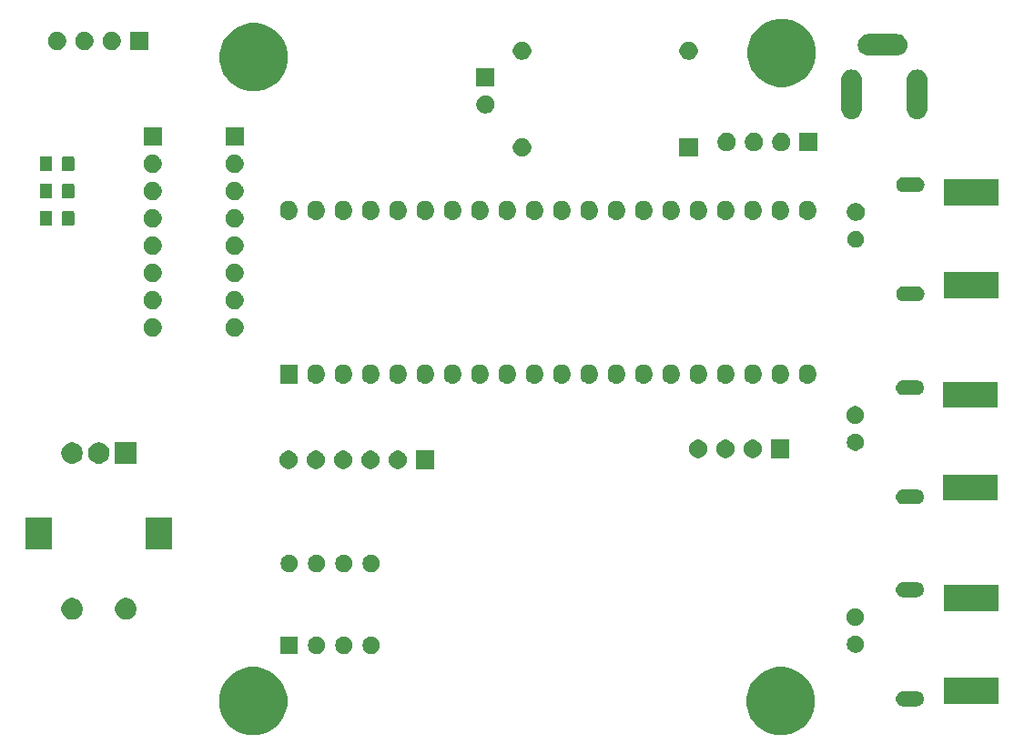
<source format=gbr>
G04 #@! TF.GenerationSoftware,KiCad,Pcbnew,(5.1.5)-3*
G04 #@! TF.CreationDate,2020-10-17T15:18:02-04:00*
G04 #@! TF.ProjectId,VFO-002,56464f2d-3030-4322-9e6b-696361645f70,1*
G04 #@! TF.SameCoordinates,Original*
G04 #@! TF.FileFunction,Soldermask,Bot*
G04 #@! TF.FilePolarity,Negative*
%FSLAX46Y46*%
G04 Gerber Fmt 4.6, Leading zero omitted, Abs format (unit mm)*
G04 Created by KiCad (PCBNEW (5.1.5)-3) date 2020-10-17 15:18:02*
%MOMM*%
%LPD*%
G04 APERTURE LIST*
%ADD10C,0.150000*%
G04 APERTURE END LIST*
D10*
G36*
X163486112Y-124447013D02*
G01*
X164063925Y-124686351D01*
X164583944Y-125033817D01*
X165026183Y-125476056D01*
X165373649Y-125996075D01*
X165612987Y-126573888D01*
X165735000Y-127187288D01*
X165735000Y-127812712D01*
X165612987Y-128426112D01*
X165373649Y-129003925D01*
X165026183Y-129523944D01*
X164583944Y-129966183D01*
X164063925Y-130313649D01*
X163486112Y-130552987D01*
X162872712Y-130675000D01*
X162247288Y-130675000D01*
X161633888Y-130552987D01*
X161056075Y-130313649D01*
X160536056Y-129966183D01*
X160093817Y-129523944D01*
X159746351Y-129003925D01*
X159507013Y-128426112D01*
X159385000Y-127812712D01*
X159385000Y-127187288D01*
X159507013Y-126573888D01*
X159746351Y-125996075D01*
X160093817Y-125476056D01*
X160536056Y-125033817D01*
X161056075Y-124686351D01*
X161633888Y-124447013D01*
X162247288Y-124325000D01*
X162872712Y-124325000D01*
X163486112Y-124447013D01*
G37*
G36*
X114426112Y-124447013D02*
G01*
X115003925Y-124686351D01*
X115523944Y-125033817D01*
X115966183Y-125476056D01*
X116313649Y-125996075D01*
X116552987Y-126573888D01*
X116675000Y-127187288D01*
X116675000Y-127812712D01*
X116552987Y-128426112D01*
X116313649Y-129003925D01*
X115966183Y-129523944D01*
X115523944Y-129966183D01*
X115003925Y-130313649D01*
X114426112Y-130552987D01*
X113812712Y-130675000D01*
X113187288Y-130675000D01*
X112573888Y-130552987D01*
X111996075Y-130313649D01*
X111476056Y-129966183D01*
X111033817Y-129523944D01*
X110686351Y-129003925D01*
X110447013Y-128426112D01*
X110325000Y-127812712D01*
X110325000Y-127187288D01*
X110447013Y-126573888D01*
X110686351Y-125996075D01*
X111033817Y-125476056D01*
X111476056Y-125033817D01*
X111996075Y-124686351D01*
X112573888Y-124447013D01*
X113187288Y-124325000D01*
X113812712Y-124325000D01*
X114426112Y-124447013D01*
G37*
G36*
X175317224Y-126590128D02*
G01*
X175449175Y-126630155D01*
X175570781Y-126695155D01*
X175677370Y-126782630D01*
X175764845Y-126889219D01*
X175829845Y-127010825D01*
X175869872Y-127142776D01*
X175883387Y-127280000D01*
X175869872Y-127417224D01*
X175829845Y-127549175D01*
X175764845Y-127670781D01*
X175677370Y-127777370D01*
X175570781Y-127864845D01*
X175449175Y-127929845D01*
X175317224Y-127969872D01*
X175214390Y-127980000D01*
X173945610Y-127980000D01*
X173842776Y-127969872D01*
X173710825Y-127929845D01*
X173589219Y-127864845D01*
X173482630Y-127777370D01*
X173395155Y-127670781D01*
X173330155Y-127549175D01*
X173290128Y-127417224D01*
X173276613Y-127280000D01*
X173290128Y-127142776D01*
X173330155Y-127010825D01*
X173395155Y-126889219D01*
X173482630Y-126782630D01*
X173589219Y-126695155D01*
X173710825Y-126630155D01*
X173842776Y-126590128D01*
X173945610Y-126580000D01*
X175214390Y-126580000D01*
X175317224Y-126590128D01*
G37*
G36*
X182840000Y-127724500D02*
G01*
X177760000Y-127724500D01*
X177760000Y-125311500D01*
X182840000Y-125311500D01*
X182840000Y-127724500D01*
G37*
G36*
X122163351Y-121530743D02*
G01*
X122308941Y-121591048D01*
X122439970Y-121678599D01*
X122551401Y-121790030D01*
X122638952Y-121921059D01*
X122699257Y-122066649D01*
X122730000Y-122221206D01*
X122730000Y-122378794D01*
X122699257Y-122533351D01*
X122638952Y-122678941D01*
X122551401Y-122809970D01*
X122439970Y-122921401D01*
X122308941Y-123008952D01*
X122163351Y-123069257D01*
X122008794Y-123100000D01*
X121851206Y-123100000D01*
X121696649Y-123069257D01*
X121551059Y-123008952D01*
X121420030Y-122921401D01*
X121308599Y-122809970D01*
X121221048Y-122678941D01*
X121160743Y-122533351D01*
X121130000Y-122378794D01*
X121130000Y-122221206D01*
X121160743Y-122066649D01*
X121221048Y-121921059D01*
X121308599Y-121790030D01*
X121420030Y-121678599D01*
X121551059Y-121591048D01*
X121696649Y-121530743D01*
X121851206Y-121500000D01*
X122008794Y-121500000D01*
X122163351Y-121530743D01*
G37*
G36*
X119623351Y-121530743D02*
G01*
X119768941Y-121591048D01*
X119899970Y-121678599D01*
X120011401Y-121790030D01*
X120098952Y-121921059D01*
X120159257Y-122066649D01*
X120190000Y-122221206D01*
X120190000Y-122378794D01*
X120159257Y-122533351D01*
X120098952Y-122678941D01*
X120011401Y-122809970D01*
X119899970Y-122921401D01*
X119768941Y-123008952D01*
X119623351Y-123069257D01*
X119468794Y-123100000D01*
X119311206Y-123100000D01*
X119156649Y-123069257D01*
X119011059Y-123008952D01*
X118880030Y-122921401D01*
X118768599Y-122809970D01*
X118681048Y-122678941D01*
X118620743Y-122533351D01*
X118590000Y-122378794D01*
X118590000Y-122221206D01*
X118620743Y-122066649D01*
X118681048Y-121921059D01*
X118768599Y-121790030D01*
X118880030Y-121678599D01*
X119011059Y-121591048D01*
X119156649Y-121530743D01*
X119311206Y-121500000D01*
X119468794Y-121500000D01*
X119623351Y-121530743D01*
G37*
G36*
X117650000Y-123100000D02*
G01*
X116050000Y-123100000D01*
X116050000Y-121500000D01*
X117650000Y-121500000D01*
X117650000Y-123100000D01*
G37*
G36*
X124703351Y-121530743D02*
G01*
X124848941Y-121591048D01*
X124979970Y-121678599D01*
X125091401Y-121790030D01*
X125178952Y-121921059D01*
X125239257Y-122066649D01*
X125270000Y-122221206D01*
X125270000Y-122378794D01*
X125239257Y-122533351D01*
X125178952Y-122678941D01*
X125091401Y-122809970D01*
X124979970Y-122921401D01*
X124848941Y-123008952D01*
X124703351Y-123069257D01*
X124548794Y-123100000D01*
X124391206Y-123100000D01*
X124236649Y-123069257D01*
X124091059Y-123008952D01*
X123960030Y-122921401D01*
X123848599Y-122809970D01*
X123761048Y-122678941D01*
X123700743Y-122533351D01*
X123670000Y-122378794D01*
X123670000Y-122221206D01*
X123700743Y-122066649D01*
X123761048Y-121921059D01*
X123848599Y-121790030D01*
X123960030Y-121678599D01*
X124091059Y-121591048D01*
X124236649Y-121530743D01*
X124391206Y-121500000D01*
X124548794Y-121500000D01*
X124703351Y-121530743D01*
G37*
G36*
X169729676Y-121442859D02*
G01*
X169872973Y-121502214D01*
X170001938Y-121588386D01*
X170111614Y-121698062D01*
X170197786Y-121827027D01*
X170257141Y-121970324D01*
X170287400Y-122122447D01*
X170287400Y-122277553D01*
X170257141Y-122429676D01*
X170197786Y-122572973D01*
X170111614Y-122701938D01*
X170001938Y-122811614D01*
X169872973Y-122897786D01*
X169729676Y-122957141D01*
X169577553Y-122987400D01*
X169422447Y-122987400D01*
X169270324Y-122957141D01*
X169127027Y-122897786D01*
X168998062Y-122811614D01*
X168888386Y-122701938D01*
X168802214Y-122572973D01*
X168742859Y-122429676D01*
X168712600Y-122277553D01*
X168712600Y-122122447D01*
X168742859Y-121970324D01*
X168802214Y-121827027D01*
X168888386Y-121698062D01*
X168998062Y-121588386D01*
X169127027Y-121502214D01*
X169270324Y-121442859D01*
X169422447Y-121412600D01*
X169577553Y-121412600D01*
X169729676Y-121442859D01*
G37*
G36*
X169740788Y-118866223D02*
G01*
X169891022Y-118928452D01*
X170026223Y-119018790D01*
X170141210Y-119133777D01*
X170231548Y-119268978D01*
X170293777Y-119419212D01*
X170325500Y-119578694D01*
X170325500Y-119741306D01*
X170293777Y-119900788D01*
X170231548Y-120051022D01*
X170141210Y-120186223D01*
X170026223Y-120301210D01*
X169891022Y-120391548D01*
X169740788Y-120453777D01*
X169581306Y-120485500D01*
X169418694Y-120485500D01*
X169259212Y-120453777D01*
X169108978Y-120391548D01*
X168973777Y-120301210D01*
X168858790Y-120186223D01*
X168768452Y-120051022D01*
X168706223Y-119900788D01*
X168674500Y-119741306D01*
X168674500Y-119578694D01*
X168706223Y-119419212D01*
X168768452Y-119268978D01*
X168858790Y-119133777D01*
X168973777Y-119018790D01*
X169108978Y-118928452D01*
X169259212Y-118866223D01*
X169418694Y-118834500D01*
X169581306Y-118834500D01*
X169740788Y-118866223D01*
G37*
G36*
X96867290Y-117925619D02*
G01*
X96931689Y-117938429D01*
X97113678Y-118013811D01*
X97277463Y-118123249D01*
X97416751Y-118262537D01*
X97526189Y-118426322D01*
X97601571Y-118608311D01*
X97601571Y-118608312D01*
X97640000Y-118801507D01*
X97640000Y-118998493D01*
X97635962Y-119018792D01*
X97601571Y-119191689D01*
X97526189Y-119373678D01*
X97416751Y-119537463D01*
X97277463Y-119676751D01*
X97113678Y-119786189D01*
X96931689Y-119861571D01*
X96867290Y-119874381D01*
X96738493Y-119900000D01*
X96541507Y-119900000D01*
X96412710Y-119874381D01*
X96348311Y-119861571D01*
X96166322Y-119786189D01*
X96002537Y-119676751D01*
X95863249Y-119537463D01*
X95753811Y-119373678D01*
X95678429Y-119191689D01*
X95644038Y-119018792D01*
X95640000Y-118998493D01*
X95640000Y-118801507D01*
X95678429Y-118608312D01*
X95678429Y-118608311D01*
X95753811Y-118426322D01*
X95863249Y-118262537D01*
X96002537Y-118123249D01*
X96166322Y-118013811D01*
X96348311Y-117938429D01*
X96412710Y-117925619D01*
X96541507Y-117900000D01*
X96738493Y-117900000D01*
X96867290Y-117925619D01*
G37*
G36*
X101867290Y-117925619D02*
G01*
X101931689Y-117938429D01*
X102113678Y-118013811D01*
X102277463Y-118123249D01*
X102416751Y-118262537D01*
X102526189Y-118426322D01*
X102601571Y-118608311D01*
X102601571Y-118608312D01*
X102640000Y-118801507D01*
X102640000Y-118998493D01*
X102635962Y-119018792D01*
X102601571Y-119191689D01*
X102526189Y-119373678D01*
X102416751Y-119537463D01*
X102277463Y-119676751D01*
X102113678Y-119786189D01*
X101931689Y-119861571D01*
X101867290Y-119874381D01*
X101738493Y-119900000D01*
X101541507Y-119900000D01*
X101412710Y-119874381D01*
X101348311Y-119861571D01*
X101166322Y-119786189D01*
X101002537Y-119676751D01*
X100863249Y-119537463D01*
X100753811Y-119373678D01*
X100678429Y-119191689D01*
X100644038Y-119018792D01*
X100640000Y-118998493D01*
X100640000Y-118801507D01*
X100678429Y-118608312D01*
X100678429Y-118608311D01*
X100753811Y-118426322D01*
X100863249Y-118262537D01*
X101002537Y-118123249D01*
X101166322Y-118013811D01*
X101348311Y-117938429D01*
X101412710Y-117925619D01*
X101541507Y-117900000D01*
X101738493Y-117900000D01*
X101867290Y-117925619D01*
G37*
G36*
X182840000Y-119088500D02*
G01*
X177760000Y-119088500D01*
X177760000Y-116675500D01*
X182840000Y-116675500D01*
X182840000Y-119088500D01*
G37*
G36*
X175317224Y-116430128D02*
G01*
X175449175Y-116470155D01*
X175570781Y-116535155D01*
X175677370Y-116622630D01*
X175764845Y-116729219D01*
X175829845Y-116850825D01*
X175869872Y-116982776D01*
X175883387Y-117120000D01*
X175869872Y-117257224D01*
X175829845Y-117389175D01*
X175764845Y-117510781D01*
X175677370Y-117617370D01*
X175570781Y-117704845D01*
X175449175Y-117769845D01*
X175317224Y-117809872D01*
X175214390Y-117820000D01*
X173945610Y-117820000D01*
X173842776Y-117809872D01*
X173710825Y-117769845D01*
X173589219Y-117704845D01*
X173482630Y-117617370D01*
X173395155Y-117510781D01*
X173330155Y-117389175D01*
X173290128Y-117257224D01*
X173276613Y-117120000D01*
X173290128Y-116982776D01*
X173330155Y-116850825D01*
X173395155Y-116729219D01*
X173482630Y-116622630D01*
X173589219Y-116535155D01*
X173710825Y-116470155D01*
X173842776Y-116430128D01*
X173945610Y-116420000D01*
X175214390Y-116420000D01*
X175317224Y-116430128D01*
G37*
G36*
X117083351Y-113910743D02*
G01*
X117228941Y-113971048D01*
X117359970Y-114058599D01*
X117471401Y-114170030D01*
X117558952Y-114301059D01*
X117619257Y-114446649D01*
X117650000Y-114601206D01*
X117650000Y-114758794D01*
X117619257Y-114913351D01*
X117558952Y-115058941D01*
X117471401Y-115189970D01*
X117359970Y-115301401D01*
X117228941Y-115388952D01*
X117083351Y-115449257D01*
X116928794Y-115480000D01*
X116771206Y-115480000D01*
X116616649Y-115449257D01*
X116471059Y-115388952D01*
X116340030Y-115301401D01*
X116228599Y-115189970D01*
X116141048Y-115058941D01*
X116080743Y-114913351D01*
X116050000Y-114758794D01*
X116050000Y-114601206D01*
X116080743Y-114446649D01*
X116141048Y-114301059D01*
X116228599Y-114170030D01*
X116340030Y-114058599D01*
X116471059Y-113971048D01*
X116616649Y-113910743D01*
X116771206Y-113880000D01*
X116928794Y-113880000D01*
X117083351Y-113910743D01*
G37*
G36*
X124703351Y-113910743D02*
G01*
X124848941Y-113971048D01*
X124979970Y-114058599D01*
X125091401Y-114170030D01*
X125178952Y-114301059D01*
X125239257Y-114446649D01*
X125270000Y-114601206D01*
X125270000Y-114758794D01*
X125239257Y-114913351D01*
X125178952Y-115058941D01*
X125091401Y-115189970D01*
X124979970Y-115301401D01*
X124848941Y-115388952D01*
X124703351Y-115449257D01*
X124548794Y-115480000D01*
X124391206Y-115480000D01*
X124236649Y-115449257D01*
X124091059Y-115388952D01*
X123960030Y-115301401D01*
X123848599Y-115189970D01*
X123761048Y-115058941D01*
X123700743Y-114913351D01*
X123670000Y-114758794D01*
X123670000Y-114601206D01*
X123700743Y-114446649D01*
X123761048Y-114301059D01*
X123848599Y-114170030D01*
X123960030Y-114058599D01*
X124091059Y-113971048D01*
X124236649Y-113910743D01*
X124391206Y-113880000D01*
X124548794Y-113880000D01*
X124703351Y-113910743D01*
G37*
G36*
X122163351Y-113910743D02*
G01*
X122308941Y-113971048D01*
X122439970Y-114058599D01*
X122551401Y-114170030D01*
X122638952Y-114301059D01*
X122699257Y-114446649D01*
X122730000Y-114601206D01*
X122730000Y-114758794D01*
X122699257Y-114913351D01*
X122638952Y-115058941D01*
X122551401Y-115189970D01*
X122439970Y-115301401D01*
X122308941Y-115388952D01*
X122163351Y-115449257D01*
X122008794Y-115480000D01*
X121851206Y-115480000D01*
X121696649Y-115449257D01*
X121551059Y-115388952D01*
X121420030Y-115301401D01*
X121308599Y-115189970D01*
X121221048Y-115058941D01*
X121160743Y-114913351D01*
X121130000Y-114758794D01*
X121130000Y-114601206D01*
X121160743Y-114446649D01*
X121221048Y-114301059D01*
X121308599Y-114170030D01*
X121420030Y-114058599D01*
X121551059Y-113971048D01*
X121696649Y-113910743D01*
X121851206Y-113880000D01*
X122008794Y-113880000D01*
X122163351Y-113910743D01*
G37*
G36*
X119623351Y-113910743D02*
G01*
X119768941Y-113971048D01*
X119899970Y-114058599D01*
X120011401Y-114170030D01*
X120098952Y-114301059D01*
X120159257Y-114446649D01*
X120190000Y-114601206D01*
X120190000Y-114758794D01*
X120159257Y-114913351D01*
X120098952Y-115058941D01*
X120011401Y-115189970D01*
X119899970Y-115301401D01*
X119768941Y-115388952D01*
X119623351Y-115449257D01*
X119468794Y-115480000D01*
X119311206Y-115480000D01*
X119156649Y-115449257D01*
X119011059Y-115388952D01*
X118880030Y-115301401D01*
X118768599Y-115189970D01*
X118681048Y-115058941D01*
X118620743Y-114913351D01*
X118590000Y-114758794D01*
X118590000Y-114601206D01*
X118620743Y-114446649D01*
X118681048Y-114301059D01*
X118768599Y-114170030D01*
X118880030Y-114058599D01*
X119011059Y-113971048D01*
X119156649Y-113910743D01*
X119311206Y-113880000D01*
X119468794Y-113880000D01*
X119623351Y-113910743D01*
G37*
G36*
X105990000Y-113400000D02*
G01*
X103490000Y-113400000D01*
X103490000Y-110400000D01*
X105990000Y-110400000D01*
X105990000Y-113400000D01*
G37*
G36*
X94790000Y-113400000D02*
G01*
X92290000Y-113400000D01*
X92290000Y-110400000D01*
X94790000Y-110400000D01*
X94790000Y-113400000D01*
G37*
G36*
X175317224Y-107790128D02*
G01*
X175449175Y-107830155D01*
X175570781Y-107895155D01*
X175677370Y-107982630D01*
X175764845Y-108089219D01*
X175829845Y-108210825D01*
X175869872Y-108342776D01*
X175883387Y-108480000D01*
X175869872Y-108617224D01*
X175829845Y-108749175D01*
X175764845Y-108870781D01*
X175677370Y-108977370D01*
X175570781Y-109064845D01*
X175449175Y-109129845D01*
X175317224Y-109169872D01*
X175214390Y-109180000D01*
X173945610Y-109180000D01*
X173842776Y-109169872D01*
X173710825Y-109129845D01*
X173589219Y-109064845D01*
X173482630Y-108977370D01*
X173395155Y-108870781D01*
X173330155Y-108749175D01*
X173290128Y-108617224D01*
X173276613Y-108480000D01*
X173290128Y-108342776D01*
X173330155Y-108210825D01*
X173395155Y-108089219D01*
X173482630Y-107982630D01*
X173589219Y-107895155D01*
X173710825Y-107830155D01*
X173842776Y-107790128D01*
X173945610Y-107780000D01*
X175214390Y-107780000D01*
X175317224Y-107790128D01*
G37*
G36*
X182740000Y-108824500D02*
G01*
X177660000Y-108824500D01*
X177660000Y-106411500D01*
X182740000Y-106411500D01*
X182740000Y-108824500D01*
G37*
G36*
X124657935Y-104212664D02*
G01*
X124812624Y-104276739D01*
X124812626Y-104276740D01*
X124951844Y-104369762D01*
X125070238Y-104488156D01*
X125115465Y-104555844D01*
X125163261Y-104627376D01*
X125227336Y-104782065D01*
X125260000Y-104946281D01*
X125260000Y-105113719D01*
X125227336Y-105277935D01*
X125192692Y-105361571D01*
X125163260Y-105432626D01*
X125070238Y-105571844D01*
X124951844Y-105690238D01*
X124812626Y-105783260D01*
X124812625Y-105783261D01*
X124812624Y-105783261D01*
X124657935Y-105847336D01*
X124493719Y-105880000D01*
X124326281Y-105880000D01*
X124162065Y-105847336D01*
X124007376Y-105783261D01*
X124007375Y-105783261D01*
X124007374Y-105783260D01*
X123868156Y-105690238D01*
X123749762Y-105571844D01*
X123656740Y-105432626D01*
X123627308Y-105361571D01*
X123592664Y-105277935D01*
X123560000Y-105113719D01*
X123560000Y-104946281D01*
X123592664Y-104782065D01*
X123656739Y-104627376D01*
X123704535Y-104555844D01*
X123749762Y-104488156D01*
X123868156Y-104369762D01*
X124007374Y-104276740D01*
X124007376Y-104276739D01*
X124162065Y-104212664D01*
X124326281Y-104180000D01*
X124493719Y-104180000D01*
X124657935Y-104212664D01*
G37*
G36*
X122117935Y-104212664D02*
G01*
X122272624Y-104276739D01*
X122272626Y-104276740D01*
X122411844Y-104369762D01*
X122530238Y-104488156D01*
X122575465Y-104555844D01*
X122623261Y-104627376D01*
X122687336Y-104782065D01*
X122720000Y-104946281D01*
X122720000Y-105113719D01*
X122687336Y-105277935D01*
X122652692Y-105361571D01*
X122623260Y-105432626D01*
X122530238Y-105571844D01*
X122411844Y-105690238D01*
X122272626Y-105783260D01*
X122272625Y-105783261D01*
X122272624Y-105783261D01*
X122117935Y-105847336D01*
X121953719Y-105880000D01*
X121786281Y-105880000D01*
X121622065Y-105847336D01*
X121467376Y-105783261D01*
X121467375Y-105783261D01*
X121467374Y-105783260D01*
X121328156Y-105690238D01*
X121209762Y-105571844D01*
X121116740Y-105432626D01*
X121087308Y-105361571D01*
X121052664Y-105277935D01*
X121020000Y-105113719D01*
X121020000Y-104946281D01*
X121052664Y-104782065D01*
X121116739Y-104627376D01*
X121164535Y-104555844D01*
X121209762Y-104488156D01*
X121328156Y-104369762D01*
X121467374Y-104276740D01*
X121467376Y-104276739D01*
X121622065Y-104212664D01*
X121786281Y-104180000D01*
X121953719Y-104180000D01*
X122117935Y-104212664D01*
G37*
G36*
X119577935Y-104212664D02*
G01*
X119732624Y-104276739D01*
X119732626Y-104276740D01*
X119871844Y-104369762D01*
X119990238Y-104488156D01*
X120035465Y-104555844D01*
X120083261Y-104627376D01*
X120147336Y-104782065D01*
X120180000Y-104946281D01*
X120180000Y-105113719D01*
X120147336Y-105277935D01*
X120112692Y-105361571D01*
X120083260Y-105432626D01*
X119990238Y-105571844D01*
X119871844Y-105690238D01*
X119732626Y-105783260D01*
X119732625Y-105783261D01*
X119732624Y-105783261D01*
X119577935Y-105847336D01*
X119413719Y-105880000D01*
X119246281Y-105880000D01*
X119082065Y-105847336D01*
X118927376Y-105783261D01*
X118927375Y-105783261D01*
X118927374Y-105783260D01*
X118788156Y-105690238D01*
X118669762Y-105571844D01*
X118576740Y-105432626D01*
X118547308Y-105361571D01*
X118512664Y-105277935D01*
X118480000Y-105113719D01*
X118480000Y-104946281D01*
X118512664Y-104782065D01*
X118576739Y-104627376D01*
X118624535Y-104555844D01*
X118669762Y-104488156D01*
X118788156Y-104369762D01*
X118927374Y-104276740D01*
X118927376Y-104276739D01*
X119082065Y-104212664D01*
X119246281Y-104180000D01*
X119413719Y-104180000D01*
X119577935Y-104212664D01*
G37*
G36*
X117037935Y-104212664D02*
G01*
X117192624Y-104276739D01*
X117192626Y-104276740D01*
X117331844Y-104369762D01*
X117450238Y-104488156D01*
X117495465Y-104555844D01*
X117543261Y-104627376D01*
X117607336Y-104782065D01*
X117640000Y-104946281D01*
X117640000Y-105113719D01*
X117607336Y-105277935D01*
X117572692Y-105361571D01*
X117543260Y-105432626D01*
X117450238Y-105571844D01*
X117331844Y-105690238D01*
X117192626Y-105783260D01*
X117192625Y-105783261D01*
X117192624Y-105783261D01*
X117037935Y-105847336D01*
X116873719Y-105880000D01*
X116706281Y-105880000D01*
X116542065Y-105847336D01*
X116387376Y-105783261D01*
X116387375Y-105783261D01*
X116387374Y-105783260D01*
X116248156Y-105690238D01*
X116129762Y-105571844D01*
X116036740Y-105432626D01*
X116007308Y-105361571D01*
X115972664Y-105277935D01*
X115940000Y-105113719D01*
X115940000Y-104946281D01*
X115972664Y-104782065D01*
X116036739Y-104627376D01*
X116084535Y-104555844D01*
X116129762Y-104488156D01*
X116248156Y-104369762D01*
X116387374Y-104276740D01*
X116387376Y-104276739D01*
X116542065Y-104212664D01*
X116706281Y-104180000D01*
X116873719Y-104180000D01*
X117037935Y-104212664D01*
G37*
G36*
X127197935Y-104212664D02*
G01*
X127352624Y-104276739D01*
X127352626Y-104276740D01*
X127491844Y-104369762D01*
X127610238Y-104488156D01*
X127655465Y-104555844D01*
X127703261Y-104627376D01*
X127767336Y-104782065D01*
X127800000Y-104946281D01*
X127800000Y-105113719D01*
X127767336Y-105277935D01*
X127732692Y-105361571D01*
X127703260Y-105432626D01*
X127610238Y-105571844D01*
X127491844Y-105690238D01*
X127352626Y-105783260D01*
X127352625Y-105783261D01*
X127352624Y-105783261D01*
X127197935Y-105847336D01*
X127033719Y-105880000D01*
X126866281Y-105880000D01*
X126702065Y-105847336D01*
X126547376Y-105783261D01*
X126547375Y-105783261D01*
X126547374Y-105783260D01*
X126408156Y-105690238D01*
X126289762Y-105571844D01*
X126196740Y-105432626D01*
X126167308Y-105361571D01*
X126132664Y-105277935D01*
X126100000Y-105113719D01*
X126100000Y-104946281D01*
X126132664Y-104782065D01*
X126196739Y-104627376D01*
X126244535Y-104555844D01*
X126289762Y-104488156D01*
X126408156Y-104369762D01*
X126547374Y-104276740D01*
X126547376Y-104276739D01*
X126702065Y-104212664D01*
X126866281Y-104180000D01*
X127033719Y-104180000D01*
X127197935Y-104212664D01*
G37*
G36*
X130340000Y-105880000D02*
G01*
X128640000Y-105880000D01*
X128640000Y-104180000D01*
X130340000Y-104180000D01*
X130340000Y-105880000D01*
G37*
G36*
X102640000Y-105400000D02*
G01*
X100640000Y-105400000D01*
X100640000Y-103400000D01*
X102640000Y-103400000D01*
X102640000Y-105400000D01*
G37*
G36*
X99367290Y-103425619D02*
G01*
X99431689Y-103438429D01*
X99613678Y-103513811D01*
X99777463Y-103623249D01*
X99916751Y-103762537D01*
X100026189Y-103926322D01*
X100097211Y-104097785D01*
X100101571Y-104108312D01*
X100135074Y-104276740D01*
X100140000Y-104301509D01*
X100140000Y-104498491D01*
X100101571Y-104691689D01*
X100026189Y-104873678D01*
X99916751Y-105037463D01*
X99777463Y-105176751D01*
X99613678Y-105286189D01*
X99431689Y-105361571D01*
X99367290Y-105374381D01*
X99238493Y-105400000D01*
X99041507Y-105400000D01*
X98912710Y-105374381D01*
X98848311Y-105361571D01*
X98666322Y-105286189D01*
X98502537Y-105176751D01*
X98363249Y-105037463D01*
X98253811Y-104873678D01*
X98178429Y-104691689D01*
X98140000Y-104498491D01*
X98140000Y-104301509D01*
X98144927Y-104276740D01*
X98178429Y-104108312D01*
X98182789Y-104097785D01*
X98253811Y-103926322D01*
X98363249Y-103762537D01*
X98502537Y-103623249D01*
X98666322Y-103513811D01*
X98848311Y-103438429D01*
X98912710Y-103425619D01*
X99041507Y-103400000D01*
X99238493Y-103400000D01*
X99367290Y-103425619D01*
G37*
G36*
X96867290Y-103425619D02*
G01*
X96931689Y-103438429D01*
X97113678Y-103513811D01*
X97277463Y-103623249D01*
X97416751Y-103762537D01*
X97526189Y-103926322D01*
X97597211Y-104097785D01*
X97601571Y-104108312D01*
X97635074Y-104276740D01*
X97640000Y-104301509D01*
X97640000Y-104498491D01*
X97601571Y-104691689D01*
X97526189Y-104873678D01*
X97416751Y-105037463D01*
X97277463Y-105176751D01*
X97113678Y-105286189D01*
X96931689Y-105361571D01*
X96867290Y-105374381D01*
X96738493Y-105400000D01*
X96541507Y-105400000D01*
X96412710Y-105374381D01*
X96348311Y-105361571D01*
X96166322Y-105286189D01*
X96002537Y-105176751D01*
X95863249Y-105037463D01*
X95753811Y-104873678D01*
X95678429Y-104691689D01*
X95640000Y-104498491D01*
X95640000Y-104301509D01*
X95644927Y-104276740D01*
X95678429Y-104108312D01*
X95682789Y-104097785D01*
X95753811Y-103926322D01*
X95863249Y-103762537D01*
X96002537Y-103623249D01*
X96166322Y-103513811D01*
X96348311Y-103438429D01*
X96412710Y-103425619D01*
X96541507Y-103400000D01*
X96738493Y-103400000D01*
X96867290Y-103425619D01*
G37*
G36*
X163360000Y-104864000D02*
G01*
X161660000Y-104864000D01*
X161660000Y-103164000D01*
X163360000Y-103164000D01*
X163360000Y-104864000D01*
G37*
G36*
X160217935Y-103196664D02*
G01*
X160372624Y-103260739D01*
X160372626Y-103260740D01*
X160511844Y-103353762D01*
X160630238Y-103472156D01*
X160723260Y-103611374D01*
X160723261Y-103611376D01*
X160787336Y-103766065D01*
X160820000Y-103930281D01*
X160820000Y-104097719D01*
X160787336Y-104261935D01*
X160742672Y-104369762D01*
X160723260Y-104416626D01*
X160630238Y-104555844D01*
X160511844Y-104674238D01*
X160372626Y-104767260D01*
X160372625Y-104767261D01*
X160372624Y-104767261D01*
X160217935Y-104831336D01*
X160053719Y-104864000D01*
X159886281Y-104864000D01*
X159722065Y-104831336D01*
X159567376Y-104767261D01*
X159567375Y-104767261D01*
X159567374Y-104767260D01*
X159428156Y-104674238D01*
X159309762Y-104555844D01*
X159216740Y-104416626D01*
X159197328Y-104369762D01*
X159152664Y-104261935D01*
X159120000Y-104097719D01*
X159120000Y-103930281D01*
X159152664Y-103766065D01*
X159216739Y-103611376D01*
X159216740Y-103611374D01*
X159309762Y-103472156D01*
X159428156Y-103353762D01*
X159567374Y-103260740D01*
X159567376Y-103260739D01*
X159722065Y-103196664D01*
X159886281Y-103164000D01*
X160053719Y-103164000D01*
X160217935Y-103196664D01*
G37*
G36*
X155137935Y-103196664D02*
G01*
X155292624Y-103260739D01*
X155292626Y-103260740D01*
X155431844Y-103353762D01*
X155550238Y-103472156D01*
X155643260Y-103611374D01*
X155643261Y-103611376D01*
X155707336Y-103766065D01*
X155740000Y-103930281D01*
X155740000Y-104097719D01*
X155707336Y-104261935D01*
X155662672Y-104369762D01*
X155643260Y-104416626D01*
X155550238Y-104555844D01*
X155431844Y-104674238D01*
X155292626Y-104767260D01*
X155292625Y-104767261D01*
X155292624Y-104767261D01*
X155137935Y-104831336D01*
X154973719Y-104864000D01*
X154806281Y-104864000D01*
X154642065Y-104831336D01*
X154487376Y-104767261D01*
X154487375Y-104767261D01*
X154487374Y-104767260D01*
X154348156Y-104674238D01*
X154229762Y-104555844D01*
X154136740Y-104416626D01*
X154117328Y-104369762D01*
X154072664Y-104261935D01*
X154040000Y-104097719D01*
X154040000Y-103930281D01*
X154072664Y-103766065D01*
X154136739Y-103611376D01*
X154136740Y-103611374D01*
X154229762Y-103472156D01*
X154348156Y-103353762D01*
X154487374Y-103260740D01*
X154487376Y-103260739D01*
X154642065Y-103196664D01*
X154806281Y-103164000D01*
X154973719Y-103164000D01*
X155137935Y-103196664D01*
G37*
G36*
X157677935Y-103196664D02*
G01*
X157832624Y-103260739D01*
X157832626Y-103260740D01*
X157971844Y-103353762D01*
X158090238Y-103472156D01*
X158183260Y-103611374D01*
X158183261Y-103611376D01*
X158247336Y-103766065D01*
X158280000Y-103930281D01*
X158280000Y-104097719D01*
X158247336Y-104261935D01*
X158202672Y-104369762D01*
X158183260Y-104416626D01*
X158090238Y-104555844D01*
X157971844Y-104674238D01*
X157832626Y-104767260D01*
X157832625Y-104767261D01*
X157832624Y-104767261D01*
X157677935Y-104831336D01*
X157513719Y-104864000D01*
X157346281Y-104864000D01*
X157182065Y-104831336D01*
X157027376Y-104767261D01*
X157027375Y-104767261D01*
X157027374Y-104767260D01*
X156888156Y-104674238D01*
X156769762Y-104555844D01*
X156676740Y-104416626D01*
X156657328Y-104369762D01*
X156612664Y-104261935D01*
X156580000Y-104097719D01*
X156580000Y-103930281D01*
X156612664Y-103766065D01*
X156676739Y-103611376D01*
X156676740Y-103611374D01*
X156769762Y-103472156D01*
X156888156Y-103353762D01*
X157027374Y-103260740D01*
X157027376Y-103260739D01*
X157182065Y-103196664D01*
X157346281Y-103164000D01*
X157513719Y-103164000D01*
X157677935Y-103196664D01*
G37*
G36*
X169729676Y-102642859D02*
G01*
X169872973Y-102702214D01*
X170001938Y-102788386D01*
X170111614Y-102898062D01*
X170197786Y-103027027D01*
X170257141Y-103170324D01*
X170287400Y-103322447D01*
X170287400Y-103477553D01*
X170257141Y-103629676D01*
X170197786Y-103772973D01*
X170111614Y-103901938D01*
X170001938Y-104011614D01*
X169872973Y-104097786D01*
X169729676Y-104157141D01*
X169577553Y-104187400D01*
X169422447Y-104187400D01*
X169270324Y-104157141D01*
X169127027Y-104097786D01*
X168998062Y-104011614D01*
X168888386Y-103901938D01*
X168802214Y-103772973D01*
X168742859Y-103629676D01*
X168712600Y-103477553D01*
X168712600Y-103322447D01*
X168742859Y-103170324D01*
X168802214Y-103027027D01*
X168888386Y-102898062D01*
X168998062Y-102788386D01*
X169127027Y-102702214D01*
X169270324Y-102642859D01*
X169422447Y-102612600D01*
X169577553Y-102612600D01*
X169729676Y-102642859D01*
G37*
G36*
X169740788Y-100066223D02*
G01*
X169891022Y-100128452D01*
X170026223Y-100218790D01*
X170141210Y-100333777D01*
X170231548Y-100468978D01*
X170293777Y-100619212D01*
X170325500Y-100778694D01*
X170325500Y-100941306D01*
X170293777Y-101100788D01*
X170231548Y-101251022D01*
X170141210Y-101386223D01*
X170026223Y-101501210D01*
X169891022Y-101591548D01*
X169740788Y-101653777D01*
X169581306Y-101685500D01*
X169418694Y-101685500D01*
X169259212Y-101653777D01*
X169108978Y-101591548D01*
X168973777Y-101501210D01*
X168858790Y-101386223D01*
X168768452Y-101251022D01*
X168706223Y-101100788D01*
X168674500Y-100941306D01*
X168674500Y-100778694D01*
X168706223Y-100619212D01*
X168768452Y-100468978D01*
X168858790Y-100333777D01*
X168973777Y-100218790D01*
X169108978Y-100128452D01*
X169259212Y-100066223D01*
X169418694Y-100034500D01*
X169581306Y-100034500D01*
X169740788Y-100066223D01*
G37*
G36*
X182740000Y-100188500D02*
G01*
X177660000Y-100188500D01*
X177660000Y-97775500D01*
X182740000Y-97775500D01*
X182740000Y-100188500D01*
G37*
G36*
X175317224Y-97630128D02*
G01*
X175449175Y-97670155D01*
X175570781Y-97735155D01*
X175677370Y-97822630D01*
X175764845Y-97929219D01*
X175829845Y-98050825D01*
X175869872Y-98182776D01*
X175883387Y-98320000D01*
X175869872Y-98457224D01*
X175829845Y-98589175D01*
X175764845Y-98710781D01*
X175677370Y-98817370D01*
X175570781Y-98904845D01*
X175449175Y-98969845D01*
X175317224Y-99009872D01*
X175214390Y-99020000D01*
X173945610Y-99020000D01*
X173842776Y-99009872D01*
X173710825Y-98969845D01*
X173589219Y-98904845D01*
X173482630Y-98817370D01*
X173395155Y-98710781D01*
X173330155Y-98589175D01*
X173290128Y-98457224D01*
X173276613Y-98320000D01*
X173290128Y-98182776D01*
X173330155Y-98050825D01*
X173395155Y-97929219D01*
X173482630Y-97822630D01*
X173589219Y-97735155D01*
X173710825Y-97670155D01*
X173842776Y-97630128D01*
X173945610Y-97620000D01*
X175214390Y-97620000D01*
X175317224Y-97630128D01*
G37*
G36*
X149976826Y-96161576D02*
G01*
X150127627Y-96207321D01*
X150127629Y-96207322D01*
X150266604Y-96281606D01*
X150266606Y-96281607D01*
X150266605Y-96281607D01*
X150388422Y-96381578D01*
X150470466Y-96481550D01*
X150488394Y-96503395D01*
X150562678Y-96642370D01*
X150562679Y-96642372D01*
X150608424Y-96793173D01*
X150620000Y-96910707D01*
X150620000Y-97189292D01*
X150608424Y-97306826D01*
X150574581Y-97418391D01*
X150562678Y-97457631D01*
X150488394Y-97596605D01*
X150388422Y-97718422D01*
X150266605Y-97818394D01*
X150127630Y-97892678D01*
X150127628Y-97892679D01*
X149976827Y-97938424D01*
X149820000Y-97953870D01*
X149663174Y-97938424D01*
X149512373Y-97892679D01*
X149512371Y-97892678D01*
X149373396Y-97818394D01*
X149321129Y-97775500D01*
X149251578Y-97718422D01*
X149151607Y-97596606D01*
X149077321Y-97457628D01*
X149031576Y-97306827D01*
X149020000Y-97189293D01*
X149020000Y-96910708D01*
X149031576Y-96793174D01*
X149077321Y-96642373D01*
X149151607Y-96503395D01*
X149251578Y-96381578D01*
X149373394Y-96281607D01*
X149373393Y-96281607D01*
X149373395Y-96281606D01*
X149512370Y-96207322D01*
X149512372Y-96207321D01*
X149663173Y-96161576D01*
X149820000Y-96146130D01*
X149976826Y-96161576D01*
G37*
G36*
X119496826Y-96161576D02*
G01*
X119647627Y-96207321D01*
X119647629Y-96207322D01*
X119786604Y-96281606D01*
X119786606Y-96281607D01*
X119786605Y-96281607D01*
X119908422Y-96381578D01*
X119990466Y-96481550D01*
X120008394Y-96503395D01*
X120082678Y-96642370D01*
X120082679Y-96642372D01*
X120128424Y-96793173D01*
X120140000Y-96910707D01*
X120140000Y-97189292D01*
X120128424Y-97306826D01*
X120094581Y-97418391D01*
X120082678Y-97457631D01*
X120008394Y-97596605D01*
X119908422Y-97718422D01*
X119786605Y-97818394D01*
X119647630Y-97892678D01*
X119647628Y-97892679D01*
X119496827Y-97938424D01*
X119340000Y-97953870D01*
X119183174Y-97938424D01*
X119032373Y-97892679D01*
X119032371Y-97892678D01*
X118893396Y-97818394D01*
X118841129Y-97775500D01*
X118771578Y-97718422D01*
X118671607Y-97596606D01*
X118597321Y-97457628D01*
X118551576Y-97306827D01*
X118540000Y-97189293D01*
X118540000Y-96910708D01*
X118551576Y-96793174D01*
X118597321Y-96642373D01*
X118671607Y-96503395D01*
X118771578Y-96381578D01*
X118893394Y-96281607D01*
X118893393Y-96281607D01*
X118893395Y-96281606D01*
X119032370Y-96207322D01*
X119032372Y-96207321D01*
X119183173Y-96161576D01*
X119340000Y-96146130D01*
X119496826Y-96161576D01*
G37*
G36*
X122036826Y-96161576D02*
G01*
X122187627Y-96207321D01*
X122187629Y-96207322D01*
X122326604Y-96281606D01*
X122326606Y-96281607D01*
X122326605Y-96281607D01*
X122448422Y-96381578D01*
X122530466Y-96481550D01*
X122548394Y-96503395D01*
X122622678Y-96642370D01*
X122622679Y-96642372D01*
X122668424Y-96793173D01*
X122680000Y-96910707D01*
X122680000Y-97189292D01*
X122668424Y-97306826D01*
X122634581Y-97418391D01*
X122622678Y-97457631D01*
X122548394Y-97596605D01*
X122448422Y-97718422D01*
X122326605Y-97818394D01*
X122187630Y-97892678D01*
X122187628Y-97892679D01*
X122036827Y-97938424D01*
X121880000Y-97953870D01*
X121723174Y-97938424D01*
X121572373Y-97892679D01*
X121572371Y-97892678D01*
X121433396Y-97818394D01*
X121381129Y-97775500D01*
X121311578Y-97718422D01*
X121211607Y-97596606D01*
X121137321Y-97457628D01*
X121091576Y-97306827D01*
X121080000Y-97189293D01*
X121080000Y-96910708D01*
X121091576Y-96793174D01*
X121137321Y-96642373D01*
X121211607Y-96503395D01*
X121311578Y-96381578D01*
X121433394Y-96281607D01*
X121433393Y-96281607D01*
X121433395Y-96281606D01*
X121572370Y-96207322D01*
X121572372Y-96207321D01*
X121723173Y-96161576D01*
X121880000Y-96146130D01*
X122036826Y-96161576D01*
G37*
G36*
X165216826Y-96161576D02*
G01*
X165367627Y-96207321D01*
X165367629Y-96207322D01*
X165506604Y-96281606D01*
X165506606Y-96281607D01*
X165506605Y-96281607D01*
X165628422Y-96381578D01*
X165710466Y-96481550D01*
X165728394Y-96503395D01*
X165802678Y-96642370D01*
X165802679Y-96642372D01*
X165848424Y-96793173D01*
X165860000Y-96910707D01*
X165860000Y-97189292D01*
X165848424Y-97306826D01*
X165814581Y-97418391D01*
X165802678Y-97457631D01*
X165728394Y-97596605D01*
X165628422Y-97718422D01*
X165506605Y-97818394D01*
X165367630Y-97892678D01*
X165367628Y-97892679D01*
X165216827Y-97938424D01*
X165060000Y-97953870D01*
X164903174Y-97938424D01*
X164752373Y-97892679D01*
X164752371Y-97892678D01*
X164613396Y-97818394D01*
X164561129Y-97775500D01*
X164491578Y-97718422D01*
X164391607Y-97596606D01*
X164317321Y-97457628D01*
X164271576Y-97306827D01*
X164260000Y-97189293D01*
X164260000Y-96910708D01*
X164271576Y-96793174D01*
X164317321Y-96642373D01*
X164391607Y-96503395D01*
X164491578Y-96381578D01*
X164613394Y-96281607D01*
X164613393Y-96281607D01*
X164613395Y-96281606D01*
X164752370Y-96207322D01*
X164752372Y-96207321D01*
X164903173Y-96161576D01*
X165060000Y-96146130D01*
X165216826Y-96161576D01*
G37*
G36*
X132196826Y-96161576D02*
G01*
X132347627Y-96207321D01*
X132347629Y-96207322D01*
X132486604Y-96281606D01*
X132486606Y-96281607D01*
X132486605Y-96281607D01*
X132608422Y-96381578D01*
X132690466Y-96481550D01*
X132708394Y-96503395D01*
X132782678Y-96642370D01*
X132782679Y-96642372D01*
X132828424Y-96793173D01*
X132840000Y-96910707D01*
X132840000Y-97189292D01*
X132828424Y-97306826D01*
X132794581Y-97418391D01*
X132782678Y-97457631D01*
X132708394Y-97596605D01*
X132608422Y-97718422D01*
X132486605Y-97818394D01*
X132347630Y-97892678D01*
X132347628Y-97892679D01*
X132196827Y-97938424D01*
X132040000Y-97953870D01*
X131883174Y-97938424D01*
X131732373Y-97892679D01*
X131732371Y-97892678D01*
X131593396Y-97818394D01*
X131541129Y-97775500D01*
X131471578Y-97718422D01*
X131371607Y-97596606D01*
X131297321Y-97457628D01*
X131251576Y-97306827D01*
X131240000Y-97189293D01*
X131240000Y-96910708D01*
X131251576Y-96793174D01*
X131297321Y-96642373D01*
X131371607Y-96503395D01*
X131471578Y-96381578D01*
X131593394Y-96281607D01*
X131593393Y-96281607D01*
X131593395Y-96281606D01*
X131732370Y-96207322D01*
X131732372Y-96207321D01*
X131883173Y-96161576D01*
X132040000Y-96146130D01*
X132196826Y-96161576D01*
G37*
G36*
X162676826Y-96161576D02*
G01*
X162827627Y-96207321D01*
X162827629Y-96207322D01*
X162966604Y-96281606D01*
X162966606Y-96281607D01*
X162966605Y-96281607D01*
X163088422Y-96381578D01*
X163170466Y-96481550D01*
X163188394Y-96503395D01*
X163262678Y-96642370D01*
X163262679Y-96642372D01*
X163308424Y-96793173D01*
X163320000Y-96910707D01*
X163320000Y-97189292D01*
X163308424Y-97306826D01*
X163274581Y-97418391D01*
X163262678Y-97457631D01*
X163188394Y-97596605D01*
X163088422Y-97718422D01*
X162966605Y-97818394D01*
X162827630Y-97892678D01*
X162827628Y-97892679D01*
X162676827Y-97938424D01*
X162520000Y-97953870D01*
X162363174Y-97938424D01*
X162212373Y-97892679D01*
X162212371Y-97892678D01*
X162073396Y-97818394D01*
X162021129Y-97775500D01*
X161951578Y-97718422D01*
X161851607Y-97596606D01*
X161777321Y-97457628D01*
X161731576Y-97306827D01*
X161720000Y-97189293D01*
X161720000Y-96910708D01*
X161731576Y-96793174D01*
X161777321Y-96642373D01*
X161851607Y-96503395D01*
X161951578Y-96381578D01*
X162073394Y-96281607D01*
X162073393Y-96281607D01*
X162073395Y-96281606D01*
X162212370Y-96207322D01*
X162212372Y-96207321D01*
X162363173Y-96161576D01*
X162520000Y-96146130D01*
X162676826Y-96161576D01*
G37*
G36*
X160136826Y-96161576D02*
G01*
X160287627Y-96207321D01*
X160287629Y-96207322D01*
X160426604Y-96281606D01*
X160426606Y-96281607D01*
X160426605Y-96281607D01*
X160548422Y-96381578D01*
X160630466Y-96481550D01*
X160648394Y-96503395D01*
X160722678Y-96642370D01*
X160722679Y-96642372D01*
X160768424Y-96793173D01*
X160780000Y-96910707D01*
X160780000Y-97189292D01*
X160768424Y-97306826D01*
X160734581Y-97418391D01*
X160722678Y-97457631D01*
X160648394Y-97596605D01*
X160548422Y-97718422D01*
X160426605Y-97818394D01*
X160287630Y-97892678D01*
X160287628Y-97892679D01*
X160136827Y-97938424D01*
X159980000Y-97953870D01*
X159823174Y-97938424D01*
X159672373Y-97892679D01*
X159672371Y-97892678D01*
X159533396Y-97818394D01*
X159481129Y-97775500D01*
X159411578Y-97718422D01*
X159311607Y-97596606D01*
X159237321Y-97457628D01*
X159191576Y-97306827D01*
X159180000Y-97189293D01*
X159180000Y-96910708D01*
X159191576Y-96793174D01*
X159237321Y-96642373D01*
X159311607Y-96503395D01*
X159411578Y-96381578D01*
X159533394Y-96281607D01*
X159533393Y-96281607D01*
X159533395Y-96281606D01*
X159672370Y-96207322D01*
X159672372Y-96207321D01*
X159823173Y-96161576D01*
X159980000Y-96146130D01*
X160136826Y-96161576D01*
G37*
G36*
X157596826Y-96161576D02*
G01*
X157747627Y-96207321D01*
X157747629Y-96207322D01*
X157886604Y-96281606D01*
X157886606Y-96281607D01*
X157886605Y-96281607D01*
X158008422Y-96381578D01*
X158090466Y-96481550D01*
X158108394Y-96503395D01*
X158182678Y-96642370D01*
X158182679Y-96642372D01*
X158228424Y-96793173D01*
X158240000Y-96910707D01*
X158240000Y-97189292D01*
X158228424Y-97306826D01*
X158194581Y-97418391D01*
X158182678Y-97457631D01*
X158108394Y-97596605D01*
X158008422Y-97718422D01*
X157886605Y-97818394D01*
X157747630Y-97892678D01*
X157747628Y-97892679D01*
X157596827Y-97938424D01*
X157440000Y-97953870D01*
X157283174Y-97938424D01*
X157132373Y-97892679D01*
X157132371Y-97892678D01*
X156993396Y-97818394D01*
X156941129Y-97775500D01*
X156871578Y-97718422D01*
X156771607Y-97596606D01*
X156697321Y-97457628D01*
X156651576Y-97306827D01*
X156640000Y-97189293D01*
X156640000Y-96910708D01*
X156651576Y-96793174D01*
X156697321Y-96642373D01*
X156771607Y-96503395D01*
X156871578Y-96381578D01*
X156993394Y-96281607D01*
X156993393Y-96281607D01*
X156993395Y-96281606D01*
X157132370Y-96207322D01*
X157132372Y-96207321D01*
X157283173Y-96161576D01*
X157440000Y-96146130D01*
X157596826Y-96161576D01*
G37*
G36*
X155056826Y-96161576D02*
G01*
X155207627Y-96207321D01*
X155207629Y-96207322D01*
X155346604Y-96281606D01*
X155346606Y-96281607D01*
X155346605Y-96281607D01*
X155468422Y-96381578D01*
X155550466Y-96481550D01*
X155568394Y-96503395D01*
X155642678Y-96642370D01*
X155642679Y-96642372D01*
X155688424Y-96793173D01*
X155700000Y-96910707D01*
X155700000Y-97189292D01*
X155688424Y-97306826D01*
X155654581Y-97418391D01*
X155642678Y-97457631D01*
X155568394Y-97596605D01*
X155468422Y-97718422D01*
X155346605Y-97818394D01*
X155207630Y-97892678D01*
X155207628Y-97892679D01*
X155056827Y-97938424D01*
X154900000Y-97953870D01*
X154743174Y-97938424D01*
X154592373Y-97892679D01*
X154592371Y-97892678D01*
X154453396Y-97818394D01*
X154401129Y-97775500D01*
X154331578Y-97718422D01*
X154231607Y-97596606D01*
X154157321Y-97457628D01*
X154111576Y-97306827D01*
X154100000Y-97189293D01*
X154100000Y-96910708D01*
X154111576Y-96793174D01*
X154157321Y-96642373D01*
X154231607Y-96503395D01*
X154331578Y-96381578D01*
X154453394Y-96281607D01*
X154453393Y-96281607D01*
X154453395Y-96281606D01*
X154592370Y-96207322D01*
X154592372Y-96207321D01*
X154743173Y-96161576D01*
X154900000Y-96146130D01*
X155056826Y-96161576D01*
G37*
G36*
X152516826Y-96161576D02*
G01*
X152667627Y-96207321D01*
X152667629Y-96207322D01*
X152806604Y-96281606D01*
X152806606Y-96281607D01*
X152806605Y-96281607D01*
X152928422Y-96381578D01*
X153010466Y-96481550D01*
X153028394Y-96503395D01*
X153102678Y-96642370D01*
X153102679Y-96642372D01*
X153148424Y-96793173D01*
X153160000Y-96910707D01*
X153160000Y-97189292D01*
X153148424Y-97306826D01*
X153114581Y-97418391D01*
X153102678Y-97457631D01*
X153028394Y-97596605D01*
X152928422Y-97718422D01*
X152806605Y-97818394D01*
X152667630Y-97892678D01*
X152667628Y-97892679D01*
X152516827Y-97938424D01*
X152360000Y-97953870D01*
X152203174Y-97938424D01*
X152052373Y-97892679D01*
X152052371Y-97892678D01*
X151913396Y-97818394D01*
X151861129Y-97775500D01*
X151791578Y-97718422D01*
X151691607Y-97596606D01*
X151617321Y-97457628D01*
X151571576Y-97306827D01*
X151560000Y-97189293D01*
X151560000Y-96910708D01*
X151571576Y-96793174D01*
X151617321Y-96642373D01*
X151691607Y-96503395D01*
X151791578Y-96381578D01*
X151913394Y-96281607D01*
X151913393Y-96281607D01*
X151913395Y-96281606D01*
X152052370Y-96207322D01*
X152052372Y-96207321D01*
X152203173Y-96161576D01*
X152360000Y-96146130D01*
X152516826Y-96161576D01*
G37*
G36*
X147436826Y-96161576D02*
G01*
X147587627Y-96207321D01*
X147587629Y-96207322D01*
X147726604Y-96281606D01*
X147726606Y-96281607D01*
X147726605Y-96281607D01*
X147848422Y-96381578D01*
X147930466Y-96481550D01*
X147948394Y-96503395D01*
X148022678Y-96642370D01*
X148022679Y-96642372D01*
X148068424Y-96793173D01*
X148080000Y-96910707D01*
X148080000Y-97189292D01*
X148068424Y-97306826D01*
X148034581Y-97418391D01*
X148022678Y-97457631D01*
X147948394Y-97596605D01*
X147848422Y-97718422D01*
X147726605Y-97818394D01*
X147587630Y-97892678D01*
X147587628Y-97892679D01*
X147436827Y-97938424D01*
X147280000Y-97953870D01*
X147123174Y-97938424D01*
X146972373Y-97892679D01*
X146972371Y-97892678D01*
X146833396Y-97818394D01*
X146781129Y-97775500D01*
X146711578Y-97718422D01*
X146611607Y-97596606D01*
X146537321Y-97457628D01*
X146491576Y-97306827D01*
X146480000Y-97189293D01*
X146480000Y-96910708D01*
X146491576Y-96793174D01*
X146537321Y-96642373D01*
X146611607Y-96503395D01*
X146711578Y-96381578D01*
X146833394Y-96281607D01*
X146833393Y-96281607D01*
X146833395Y-96281606D01*
X146972370Y-96207322D01*
X146972372Y-96207321D01*
X147123173Y-96161576D01*
X147280000Y-96146130D01*
X147436826Y-96161576D01*
G37*
G36*
X144896826Y-96161576D02*
G01*
X145047627Y-96207321D01*
X145047629Y-96207322D01*
X145186604Y-96281606D01*
X145186606Y-96281607D01*
X145186605Y-96281607D01*
X145308422Y-96381578D01*
X145390466Y-96481550D01*
X145408394Y-96503395D01*
X145482678Y-96642370D01*
X145482679Y-96642372D01*
X145528424Y-96793173D01*
X145540000Y-96910707D01*
X145540000Y-97189292D01*
X145528424Y-97306826D01*
X145494581Y-97418391D01*
X145482678Y-97457631D01*
X145408394Y-97596605D01*
X145308422Y-97718422D01*
X145186605Y-97818394D01*
X145047630Y-97892678D01*
X145047628Y-97892679D01*
X144896827Y-97938424D01*
X144740000Y-97953870D01*
X144583174Y-97938424D01*
X144432373Y-97892679D01*
X144432371Y-97892678D01*
X144293396Y-97818394D01*
X144241129Y-97775500D01*
X144171578Y-97718422D01*
X144071607Y-97596606D01*
X143997321Y-97457628D01*
X143951576Y-97306827D01*
X143940000Y-97189293D01*
X143940000Y-96910708D01*
X143951576Y-96793174D01*
X143997321Y-96642373D01*
X144071607Y-96503395D01*
X144171578Y-96381578D01*
X144293394Y-96281607D01*
X144293393Y-96281607D01*
X144293395Y-96281606D01*
X144432370Y-96207322D01*
X144432372Y-96207321D01*
X144583173Y-96161576D01*
X144740000Y-96146130D01*
X144896826Y-96161576D01*
G37*
G36*
X142356826Y-96161576D02*
G01*
X142507627Y-96207321D01*
X142507629Y-96207322D01*
X142646604Y-96281606D01*
X142646606Y-96281607D01*
X142646605Y-96281607D01*
X142768422Y-96381578D01*
X142850466Y-96481550D01*
X142868394Y-96503395D01*
X142942678Y-96642370D01*
X142942679Y-96642372D01*
X142988424Y-96793173D01*
X143000000Y-96910707D01*
X143000000Y-97189292D01*
X142988424Y-97306826D01*
X142954581Y-97418391D01*
X142942678Y-97457631D01*
X142868394Y-97596605D01*
X142768422Y-97718422D01*
X142646605Y-97818394D01*
X142507630Y-97892678D01*
X142507628Y-97892679D01*
X142356827Y-97938424D01*
X142200000Y-97953870D01*
X142043174Y-97938424D01*
X141892373Y-97892679D01*
X141892371Y-97892678D01*
X141753396Y-97818394D01*
X141701129Y-97775500D01*
X141631578Y-97718422D01*
X141531607Y-97596606D01*
X141457321Y-97457628D01*
X141411576Y-97306827D01*
X141400000Y-97189293D01*
X141400000Y-96910708D01*
X141411576Y-96793174D01*
X141457321Y-96642373D01*
X141531607Y-96503395D01*
X141631578Y-96381578D01*
X141753394Y-96281607D01*
X141753393Y-96281607D01*
X141753395Y-96281606D01*
X141892370Y-96207322D01*
X141892372Y-96207321D01*
X142043173Y-96161576D01*
X142200000Y-96146130D01*
X142356826Y-96161576D01*
G37*
G36*
X139816826Y-96161576D02*
G01*
X139967627Y-96207321D01*
X139967629Y-96207322D01*
X140106604Y-96281606D01*
X140106606Y-96281607D01*
X140106605Y-96281607D01*
X140228422Y-96381578D01*
X140310466Y-96481550D01*
X140328394Y-96503395D01*
X140402678Y-96642370D01*
X140402679Y-96642372D01*
X140448424Y-96793173D01*
X140460000Y-96910707D01*
X140460000Y-97189292D01*
X140448424Y-97306826D01*
X140414581Y-97418391D01*
X140402678Y-97457631D01*
X140328394Y-97596605D01*
X140228422Y-97718422D01*
X140106605Y-97818394D01*
X139967630Y-97892678D01*
X139967628Y-97892679D01*
X139816827Y-97938424D01*
X139660000Y-97953870D01*
X139503174Y-97938424D01*
X139352373Y-97892679D01*
X139352371Y-97892678D01*
X139213396Y-97818394D01*
X139161129Y-97775500D01*
X139091578Y-97718422D01*
X138991607Y-97596606D01*
X138917321Y-97457628D01*
X138871576Y-97306827D01*
X138860000Y-97189293D01*
X138860000Y-96910708D01*
X138871576Y-96793174D01*
X138917321Y-96642373D01*
X138991607Y-96503395D01*
X139091578Y-96381578D01*
X139213394Y-96281607D01*
X139213393Y-96281607D01*
X139213395Y-96281606D01*
X139352370Y-96207322D01*
X139352372Y-96207321D01*
X139503173Y-96161576D01*
X139660000Y-96146130D01*
X139816826Y-96161576D01*
G37*
G36*
X137276826Y-96161576D02*
G01*
X137427627Y-96207321D01*
X137427629Y-96207322D01*
X137566604Y-96281606D01*
X137566606Y-96281607D01*
X137566605Y-96281607D01*
X137688422Y-96381578D01*
X137770466Y-96481550D01*
X137788394Y-96503395D01*
X137862678Y-96642370D01*
X137862679Y-96642372D01*
X137908424Y-96793173D01*
X137920000Y-96910707D01*
X137920000Y-97189292D01*
X137908424Y-97306826D01*
X137874581Y-97418391D01*
X137862678Y-97457631D01*
X137788394Y-97596605D01*
X137688422Y-97718422D01*
X137566605Y-97818394D01*
X137427630Y-97892678D01*
X137427628Y-97892679D01*
X137276827Y-97938424D01*
X137120000Y-97953870D01*
X136963174Y-97938424D01*
X136812373Y-97892679D01*
X136812371Y-97892678D01*
X136673396Y-97818394D01*
X136621129Y-97775500D01*
X136551578Y-97718422D01*
X136451607Y-97596606D01*
X136377321Y-97457628D01*
X136331576Y-97306827D01*
X136320000Y-97189293D01*
X136320000Y-96910708D01*
X136331576Y-96793174D01*
X136377321Y-96642373D01*
X136451607Y-96503395D01*
X136551578Y-96381578D01*
X136673394Y-96281607D01*
X136673393Y-96281607D01*
X136673395Y-96281606D01*
X136812370Y-96207322D01*
X136812372Y-96207321D01*
X136963173Y-96161576D01*
X137120000Y-96146130D01*
X137276826Y-96161576D01*
G37*
G36*
X134736826Y-96161576D02*
G01*
X134887627Y-96207321D01*
X134887629Y-96207322D01*
X135026604Y-96281606D01*
X135026606Y-96281607D01*
X135026605Y-96281607D01*
X135148422Y-96381578D01*
X135230466Y-96481550D01*
X135248394Y-96503395D01*
X135322678Y-96642370D01*
X135322679Y-96642372D01*
X135368424Y-96793173D01*
X135380000Y-96910707D01*
X135380000Y-97189292D01*
X135368424Y-97306826D01*
X135334581Y-97418391D01*
X135322678Y-97457631D01*
X135248394Y-97596605D01*
X135148422Y-97718422D01*
X135026605Y-97818394D01*
X134887630Y-97892678D01*
X134887628Y-97892679D01*
X134736827Y-97938424D01*
X134580000Y-97953870D01*
X134423174Y-97938424D01*
X134272373Y-97892679D01*
X134272371Y-97892678D01*
X134133396Y-97818394D01*
X134081129Y-97775500D01*
X134011578Y-97718422D01*
X133911607Y-97596606D01*
X133837321Y-97457628D01*
X133791576Y-97306827D01*
X133780000Y-97189293D01*
X133780000Y-96910708D01*
X133791576Y-96793174D01*
X133837321Y-96642373D01*
X133911607Y-96503395D01*
X134011578Y-96381578D01*
X134133394Y-96281607D01*
X134133393Y-96281607D01*
X134133395Y-96281606D01*
X134272370Y-96207322D01*
X134272372Y-96207321D01*
X134423173Y-96161576D01*
X134580000Y-96146130D01*
X134736826Y-96161576D01*
G37*
G36*
X129656826Y-96161576D02*
G01*
X129807627Y-96207321D01*
X129807629Y-96207322D01*
X129946604Y-96281606D01*
X129946606Y-96281607D01*
X129946605Y-96281607D01*
X130068422Y-96381578D01*
X130150466Y-96481550D01*
X130168394Y-96503395D01*
X130242678Y-96642370D01*
X130242679Y-96642372D01*
X130288424Y-96793173D01*
X130300000Y-96910707D01*
X130300000Y-97189292D01*
X130288424Y-97306826D01*
X130254581Y-97418391D01*
X130242678Y-97457631D01*
X130168394Y-97596605D01*
X130068422Y-97718422D01*
X129946605Y-97818394D01*
X129807630Y-97892678D01*
X129807628Y-97892679D01*
X129656827Y-97938424D01*
X129500000Y-97953870D01*
X129343174Y-97938424D01*
X129192373Y-97892679D01*
X129192371Y-97892678D01*
X129053396Y-97818394D01*
X129001129Y-97775500D01*
X128931578Y-97718422D01*
X128831607Y-97596606D01*
X128757321Y-97457628D01*
X128711576Y-97306827D01*
X128700000Y-97189293D01*
X128700000Y-96910708D01*
X128711576Y-96793174D01*
X128757321Y-96642373D01*
X128831607Y-96503395D01*
X128931578Y-96381578D01*
X129053394Y-96281607D01*
X129053393Y-96281607D01*
X129053395Y-96281606D01*
X129192370Y-96207322D01*
X129192372Y-96207321D01*
X129343173Y-96161576D01*
X129500000Y-96146130D01*
X129656826Y-96161576D01*
G37*
G36*
X124576826Y-96161576D02*
G01*
X124727627Y-96207321D01*
X124727629Y-96207322D01*
X124866604Y-96281606D01*
X124866606Y-96281607D01*
X124866605Y-96281607D01*
X124988422Y-96381578D01*
X125070466Y-96481550D01*
X125088394Y-96503395D01*
X125162678Y-96642370D01*
X125162679Y-96642372D01*
X125208424Y-96793173D01*
X125220000Y-96910707D01*
X125220000Y-97189292D01*
X125208424Y-97306826D01*
X125174581Y-97418391D01*
X125162678Y-97457631D01*
X125088394Y-97596605D01*
X124988422Y-97718422D01*
X124866605Y-97818394D01*
X124727630Y-97892678D01*
X124727628Y-97892679D01*
X124576827Y-97938424D01*
X124420000Y-97953870D01*
X124263174Y-97938424D01*
X124112373Y-97892679D01*
X124112371Y-97892678D01*
X123973396Y-97818394D01*
X123921129Y-97775500D01*
X123851578Y-97718422D01*
X123751607Y-97596606D01*
X123677321Y-97457628D01*
X123631576Y-97306827D01*
X123620000Y-97189293D01*
X123620000Y-96910708D01*
X123631576Y-96793174D01*
X123677321Y-96642373D01*
X123751607Y-96503395D01*
X123851578Y-96381578D01*
X123973394Y-96281607D01*
X123973393Y-96281607D01*
X123973395Y-96281606D01*
X124112370Y-96207322D01*
X124112372Y-96207321D01*
X124263173Y-96161576D01*
X124420000Y-96146130D01*
X124576826Y-96161576D01*
G37*
G36*
X127116826Y-96161576D02*
G01*
X127267627Y-96207321D01*
X127267629Y-96207322D01*
X127406604Y-96281606D01*
X127406606Y-96281607D01*
X127406605Y-96281607D01*
X127528422Y-96381578D01*
X127610466Y-96481550D01*
X127628394Y-96503395D01*
X127702678Y-96642370D01*
X127702679Y-96642372D01*
X127748424Y-96793173D01*
X127760000Y-96910707D01*
X127760000Y-97189292D01*
X127748424Y-97306826D01*
X127714581Y-97418391D01*
X127702678Y-97457631D01*
X127628394Y-97596605D01*
X127528422Y-97718422D01*
X127406605Y-97818394D01*
X127267630Y-97892678D01*
X127267628Y-97892679D01*
X127116827Y-97938424D01*
X126960000Y-97953870D01*
X126803174Y-97938424D01*
X126652373Y-97892679D01*
X126652371Y-97892678D01*
X126513396Y-97818394D01*
X126461129Y-97775500D01*
X126391578Y-97718422D01*
X126291607Y-97596606D01*
X126217321Y-97457628D01*
X126171576Y-97306827D01*
X126160000Y-97189293D01*
X126160000Y-96910708D01*
X126171576Y-96793174D01*
X126217321Y-96642373D01*
X126291607Y-96503395D01*
X126391578Y-96381578D01*
X126513394Y-96281607D01*
X126513393Y-96281607D01*
X126513395Y-96281606D01*
X126652370Y-96207322D01*
X126652372Y-96207321D01*
X126803173Y-96161576D01*
X126960000Y-96146130D01*
X127116826Y-96161576D01*
G37*
G36*
X117600000Y-97950000D02*
G01*
X116000000Y-97950000D01*
X116000000Y-96150000D01*
X117600000Y-96150000D01*
X117600000Y-97950000D01*
G37*
G36*
X112007935Y-91892664D02*
G01*
X112162624Y-91956739D01*
X112162626Y-91956740D01*
X112301844Y-92049762D01*
X112420238Y-92168156D01*
X112513260Y-92307374D01*
X112513261Y-92307376D01*
X112577336Y-92462065D01*
X112610000Y-92626281D01*
X112610000Y-92793719D01*
X112577336Y-92957935D01*
X112513261Y-93112624D01*
X112513260Y-93112626D01*
X112420238Y-93251844D01*
X112301844Y-93370238D01*
X112162626Y-93463260D01*
X112162625Y-93463261D01*
X112162624Y-93463261D01*
X112007935Y-93527336D01*
X111843719Y-93560000D01*
X111676281Y-93560000D01*
X111512065Y-93527336D01*
X111357376Y-93463261D01*
X111357375Y-93463261D01*
X111357374Y-93463260D01*
X111218156Y-93370238D01*
X111099762Y-93251844D01*
X111006740Y-93112626D01*
X111006739Y-93112624D01*
X110942664Y-92957935D01*
X110910000Y-92793719D01*
X110910000Y-92626281D01*
X110942664Y-92462065D01*
X111006739Y-92307376D01*
X111006740Y-92307374D01*
X111099762Y-92168156D01*
X111218156Y-92049762D01*
X111357374Y-91956740D01*
X111357376Y-91956739D01*
X111512065Y-91892664D01*
X111676281Y-91860000D01*
X111843719Y-91860000D01*
X112007935Y-91892664D01*
G37*
G36*
X104387935Y-91892664D02*
G01*
X104542624Y-91956739D01*
X104542626Y-91956740D01*
X104681844Y-92049762D01*
X104800238Y-92168156D01*
X104893260Y-92307374D01*
X104893261Y-92307376D01*
X104957336Y-92462065D01*
X104990000Y-92626281D01*
X104990000Y-92793719D01*
X104957336Y-92957935D01*
X104893261Y-93112624D01*
X104893260Y-93112626D01*
X104800238Y-93251844D01*
X104681844Y-93370238D01*
X104542626Y-93463260D01*
X104542625Y-93463261D01*
X104542624Y-93463261D01*
X104387935Y-93527336D01*
X104223719Y-93560000D01*
X104056281Y-93560000D01*
X103892065Y-93527336D01*
X103737376Y-93463261D01*
X103737375Y-93463261D01*
X103737374Y-93463260D01*
X103598156Y-93370238D01*
X103479762Y-93251844D01*
X103386740Y-93112626D01*
X103386739Y-93112624D01*
X103322664Y-92957935D01*
X103290000Y-92793719D01*
X103290000Y-92626281D01*
X103322664Y-92462065D01*
X103386739Y-92307376D01*
X103386740Y-92307374D01*
X103479762Y-92168156D01*
X103598156Y-92049762D01*
X103737374Y-91956740D01*
X103737376Y-91956739D01*
X103892065Y-91892664D01*
X104056281Y-91860000D01*
X104223719Y-91860000D01*
X104387935Y-91892664D01*
G37*
G36*
X112007935Y-89352664D02*
G01*
X112162624Y-89416739D01*
X112162626Y-89416740D01*
X112301844Y-89509762D01*
X112420238Y-89628156D01*
X112479751Y-89717224D01*
X112513261Y-89767376D01*
X112577336Y-89922065D01*
X112610000Y-90086281D01*
X112610000Y-90253719D01*
X112577336Y-90417935D01*
X112513261Y-90572624D01*
X112513260Y-90572626D01*
X112420238Y-90711844D01*
X112301844Y-90830238D01*
X112162626Y-90923260D01*
X112162625Y-90923261D01*
X112162624Y-90923261D01*
X112007935Y-90987336D01*
X111843719Y-91020000D01*
X111676281Y-91020000D01*
X111512065Y-90987336D01*
X111357376Y-90923261D01*
X111357375Y-90923261D01*
X111357374Y-90923260D01*
X111218156Y-90830238D01*
X111099762Y-90711844D01*
X111006740Y-90572626D01*
X111006739Y-90572624D01*
X110942664Y-90417935D01*
X110910000Y-90253719D01*
X110910000Y-90086281D01*
X110942664Y-89922065D01*
X111006739Y-89767376D01*
X111040249Y-89717224D01*
X111099762Y-89628156D01*
X111218156Y-89509762D01*
X111357374Y-89416740D01*
X111357376Y-89416739D01*
X111512065Y-89352664D01*
X111676281Y-89320000D01*
X111843719Y-89320000D01*
X112007935Y-89352664D01*
G37*
G36*
X104387935Y-89352664D02*
G01*
X104542624Y-89416739D01*
X104542626Y-89416740D01*
X104681844Y-89509762D01*
X104800238Y-89628156D01*
X104859751Y-89717224D01*
X104893261Y-89767376D01*
X104957336Y-89922065D01*
X104990000Y-90086281D01*
X104990000Y-90253719D01*
X104957336Y-90417935D01*
X104893261Y-90572624D01*
X104893260Y-90572626D01*
X104800238Y-90711844D01*
X104681844Y-90830238D01*
X104542626Y-90923260D01*
X104542625Y-90923261D01*
X104542624Y-90923261D01*
X104387935Y-90987336D01*
X104223719Y-91020000D01*
X104056281Y-91020000D01*
X103892065Y-90987336D01*
X103737376Y-90923261D01*
X103737375Y-90923261D01*
X103737374Y-90923260D01*
X103598156Y-90830238D01*
X103479762Y-90711844D01*
X103386740Y-90572626D01*
X103386739Y-90572624D01*
X103322664Y-90417935D01*
X103290000Y-90253719D01*
X103290000Y-90086281D01*
X103322664Y-89922065D01*
X103386739Y-89767376D01*
X103420249Y-89717224D01*
X103479762Y-89628156D01*
X103598156Y-89509762D01*
X103737374Y-89416740D01*
X103737376Y-89416739D01*
X103892065Y-89352664D01*
X104056281Y-89320000D01*
X104223719Y-89320000D01*
X104387935Y-89352664D01*
G37*
G36*
X175362224Y-88890128D02*
G01*
X175494175Y-88930155D01*
X175615781Y-88995155D01*
X175722370Y-89082630D01*
X175809845Y-89189219D01*
X175874845Y-89310825D01*
X175914872Y-89442776D01*
X175928387Y-89580000D01*
X175914872Y-89717224D01*
X175874845Y-89849175D01*
X175809845Y-89970781D01*
X175722370Y-90077370D01*
X175615781Y-90164845D01*
X175494175Y-90229845D01*
X175362224Y-90269872D01*
X175259390Y-90280000D01*
X173990610Y-90280000D01*
X173887776Y-90269872D01*
X173755825Y-90229845D01*
X173634219Y-90164845D01*
X173527630Y-90077370D01*
X173440155Y-89970781D01*
X173375155Y-89849175D01*
X173335128Y-89717224D01*
X173321613Y-89580000D01*
X173335128Y-89442776D01*
X173375155Y-89310825D01*
X173440155Y-89189219D01*
X173527630Y-89082630D01*
X173634219Y-88995155D01*
X173755825Y-88930155D01*
X173887776Y-88890128D01*
X173990610Y-88880000D01*
X175259390Y-88880000D01*
X175362224Y-88890128D01*
G37*
G36*
X182840000Y-89974500D02*
G01*
X177760000Y-89974500D01*
X177760000Y-87561500D01*
X182840000Y-87561500D01*
X182840000Y-89974500D01*
G37*
G36*
X112007935Y-86812664D02*
G01*
X112162624Y-86876739D01*
X112162626Y-86876740D01*
X112301844Y-86969762D01*
X112420238Y-87088156D01*
X112513260Y-87227374D01*
X112513261Y-87227376D01*
X112577336Y-87382065D01*
X112610000Y-87546281D01*
X112610000Y-87713719D01*
X112577336Y-87877935D01*
X112513261Y-88032624D01*
X112513260Y-88032626D01*
X112420238Y-88171844D01*
X112301844Y-88290238D01*
X112162626Y-88383260D01*
X112162625Y-88383261D01*
X112162624Y-88383261D01*
X112007935Y-88447336D01*
X111843719Y-88480000D01*
X111676281Y-88480000D01*
X111512065Y-88447336D01*
X111357376Y-88383261D01*
X111357375Y-88383261D01*
X111357374Y-88383260D01*
X111218156Y-88290238D01*
X111099762Y-88171844D01*
X111006740Y-88032626D01*
X111006739Y-88032624D01*
X110942664Y-87877935D01*
X110910000Y-87713719D01*
X110910000Y-87546281D01*
X110942664Y-87382065D01*
X111006739Y-87227376D01*
X111006740Y-87227374D01*
X111099762Y-87088156D01*
X111218156Y-86969762D01*
X111357374Y-86876740D01*
X111357376Y-86876739D01*
X111512065Y-86812664D01*
X111676281Y-86780000D01*
X111843719Y-86780000D01*
X112007935Y-86812664D01*
G37*
G36*
X104387935Y-86812664D02*
G01*
X104542624Y-86876739D01*
X104542626Y-86876740D01*
X104681844Y-86969762D01*
X104800238Y-87088156D01*
X104893260Y-87227374D01*
X104893261Y-87227376D01*
X104957336Y-87382065D01*
X104990000Y-87546281D01*
X104990000Y-87713719D01*
X104957336Y-87877935D01*
X104893261Y-88032624D01*
X104893260Y-88032626D01*
X104800238Y-88171844D01*
X104681844Y-88290238D01*
X104542626Y-88383260D01*
X104542625Y-88383261D01*
X104542624Y-88383261D01*
X104387935Y-88447336D01*
X104223719Y-88480000D01*
X104056281Y-88480000D01*
X103892065Y-88447336D01*
X103737376Y-88383261D01*
X103737375Y-88383261D01*
X103737374Y-88383260D01*
X103598156Y-88290238D01*
X103479762Y-88171844D01*
X103386740Y-88032626D01*
X103386739Y-88032624D01*
X103322664Y-87877935D01*
X103290000Y-87713719D01*
X103290000Y-87546281D01*
X103322664Y-87382065D01*
X103386739Y-87227376D01*
X103386740Y-87227374D01*
X103479762Y-87088156D01*
X103598156Y-86969762D01*
X103737374Y-86876740D01*
X103737376Y-86876739D01*
X103892065Y-86812664D01*
X104056281Y-86780000D01*
X104223719Y-86780000D01*
X104387935Y-86812664D01*
G37*
G36*
X112007935Y-84272664D02*
G01*
X112162624Y-84336739D01*
X112162626Y-84336740D01*
X112301844Y-84429762D01*
X112420238Y-84548156D01*
X112439880Y-84577553D01*
X112513261Y-84687376D01*
X112577336Y-84842065D01*
X112610000Y-85006281D01*
X112610000Y-85173719D01*
X112577336Y-85337935D01*
X112513261Y-85492624D01*
X112513260Y-85492626D01*
X112420238Y-85631844D01*
X112301844Y-85750238D01*
X112162626Y-85843260D01*
X112162625Y-85843261D01*
X112162624Y-85843261D01*
X112007935Y-85907336D01*
X111843719Y-85940000D01*
X111676281Y-85940000D01*
X111512065Y-85907336D01*
X111357376Y-85843261D01*
X111357375Y-85843261D01*
X111357374Y-85843260D01*
X111218156Y-85750238D01*
X111099762Y-85631844D01*
X111006740Y-85492626D01*
X111006739Y-85492624D01*
X110942664Y-85337935D01*
X110910000Y-85173719D01*
X110910000Y-85006281D01*
X110942664Y-84842065D01*
X111006739Y-84687376D01*
X111080120Y-84577553D01*
X111099762Y-84548156D01*
X111218156Y-84429762D01*
X111357374Y-84336740D01*
X111357376Y-84336739D01*
X111512065Y-84272664D01*
X111676281Y-84240000D01*
X111843719Y-84240000D01*
X112007935Y-84272664D01*
G37*
G36*
X104387935Y-84272664D02*
G01*
X104542624Y-84336739D01*
X104542626Y-84336740D01*
X104681844Y-84429762D01*
X104800238Y-84548156D01*
X104819880Y-84577553D01*
X104893261Y-84687376D01*
X104957336Y-84842065D01*
X104990000Y-85006281D01*
X104990000Y-85173719D01*
X104957336Y-85337935D01*
X104893261Y-85492624D01*
X104893260Y-85492626D01*
X104800238Y-85631844D01*
X104681844Y-85750238D01*
X104542626Y-85843260D01*
X104542625Y-85843261D01*
X104542624Y-85843261D01*
X104387935Y-85907336D01*
X104223719Y-85940000D01*
X104056281Y-85940000D01*
X103892065Y-85907336D01*
X103737376Y-85843261D01*
X103737375Y-85843261D01*
X103737374Y-85843260D01*
X103598156Y-85750238D01*
X103479762Y-85631844D01*
X103386740Y-85492626D01*
X103386739Y-85492624D01*
X103322664Y-85337935D01*
X103290000Y-85173719D01*
X103290000Y-85006281D01*
X103322664Y-84842065D01*
X103386739Y-84687376D01*
X103460120Y-84577553D01*
X103479762Y-84548156D01*
X103598156Y-84429762D01*
X103737374Y-84336740D01*
X103737376Y-84336739D01*
X103892065Y-84272664D01*
X104056281Y-84240000D01*
X104223719Y-84240000D01*
X104387935Y-84272664D01*
G37*
G36*
X169774676Y-83742859D02*
G01*
X169917973Y-83802214D01*
X170046938Y-83888386D01*
X170156614Y-83998062D01*
X170242786Y-84127027D01*
X170302141Y-84270324D01*
X170332400Y-84422447D01*
X170332400Y-84577553D01*
X170302141Y-84729676D01*
X170242786Y-84872973D01*
X170156614Y-85001938D01*
X170046938Y-85111614D01*
X169917973Y-85197786D01*
X169774676Y-85257141D01*
X169622553Y-85287400D01*
X169467447Y-85287400D01*
X169315324Y-85257141D01*
X169172027Y-85197786D01*
X169043062Y-85111614D01*
X168933386Y-85001938D01*
X168847214Y-84872973D01*
X168787859Y-84729676D01*
X168757600Y-84577553D01*
X168757600Y-84422447D01*
X168787859Y-84270324D01*
X168847214Y-84127027D01*
X168933386Y-83998062D01*
X169043062Y-83888386D01*
X169172027Y-83802214D01*
X169315324Y-83742859D01*
X169467447Y-83712600D01*
X169622553Y-83712600D01*
X169774676Y-83742859D01*
G37*
G36*
X112007935Y-81732664D02*
G01*
X112162624Y-81796739D01*
X112162626Y-81796740D01*
X112301844Y-81889762D01*
X112420238Y-82008156D01*
X112481605Y-82099999D01*
X112513261Y-82147376D01*
X112577336Y-82302065D01*
X112610000Y-82466281D01*
X112610000Y-82633719D01*
X112577336Y-82797935D01*
X112513261Y-82952624D01*
X112513260Y-82952626D01*
X112420238Y-83091844D01*
X112301844Y-83210238D01*
X112162626Y-83303260D01*
X112162625Y-83303261D01*
X112162624Y-83303261D01*
X112007935Y-83367336D01*
X111843719Y-83400000D01*
X111676281Y-83400000D01*
X111512065Y-83367336D01*
X111357376Y-83303261D01*
X111357375Y-83303261D01*
X111357374Y-83303260D01*
X111218156Y-83210238D01*
X111099762Y-83091844D01*
X111006740Y-82952626D01*
X111006739Y-82952624D01*
X110942664Y-82797935D01*
X110910000Y-82633719D01*
X110910000Y-82466281D01*
X110942664Y-82302065D01*
X111006739Y-82147376D01*
X111038395Y-82099999D01*
X111099762Y-82008156D01*
X111218156Y-81889762D01*
X111357374Y-81796740D01*
X111357376Y-81796739D01*
X111512065Y-81732664D01*
X111676281Y-81700000D01*
X111843719Y-81700000D01*
X112007935Y-81732664D01*
G37*
G36*
X104387935Y-81732664D02*
G01*
X104542624Y-81796739D01*
X104542626Y-81796740D01*
X104681844Y-81889762D01*
X104800238Y-82008156D01*
X104861605Y-82099999D01*
X104893261Y-82147376D01*
X104957336Y-82302065D01*
X104990000Y-82466281D01*
X104990000Y-82633719D01*
X104957336Y-82797935D01*
X104893261Y-82952624D01*
X104893260Y-82952626D01*
X104800238Y-83091844D01*
X104681844Y-83210238D01*
X104542626Y-83303260D01*
X104542625Y-83303261D01*
X104542624Y-83303261D01*
X104387935Y-83367336D01*
X104223719Y-83400000D01*
X104056281Y-83400000D01*
X103892065Y-83367336D01*
X103737376Y-83303261D01*
X103737375Y-83303261D01*
X103737374Y-83303260D01*
X103598156Y-83210238D01*
X103479762Y-83091844D01*
X103386740Y-82952626D01*
X103386739Y-82952624D01*
X103322664Y-82797935D01*
X103290000Y-82633719D01*
X103290000Y-82466281D01*
X103322664Y-82302065D01*
X103386739Y-82147376D01*
X103418395Y-82099999D01*
X103479762Y-82008156D01*
X103598156Y-81889762D01*
X103737374Y-81796740D01*
X103737376Y-81796739D01*
X103892065Y-81732664D01*
X104056281Y-81700000D01*
X104223719Y-81700000D01*
X104387935Y-81732664D01*
G37*
G36*
X96705522Y-81854039D02*
G01*
X96739057Y-81864212D01*
X96769956Y-81880728D01*
X96797043Y-81902957D01*
X96819272Y-81930044D01*
X96835788Y-81960943D01*
X96845961Y-81994478D01*
X96850000Y-82035487D01*
X96850000Y-83064513D01*
X96845961Y-83105522D01*
X96835788Y-83139057D01*
X96819272Y-83169956D01*
X96797043Y-83197043D01*
X96769956Y-83219272D01*
X96739057Y-83235788D01*
X96705522Y-83245961D01*
X96664513Y-83250000D01*
X95885487Y-83250000D01*
X95844478Y-83245961D01*
X95810943Y-83235788D01*
X95780044Y-83219272D01*
X95752957Y-83197043D01*
X95730728Y-83169956D01*
X95714212Y-83139057D01*
X95704039Y-83105522D01*
X95700000Y-83064513D01*
X95700000Y-82035487D01*
X95704039Y-81994478D01*
X95714212Y-81960943D01*
X95730728Y-81930044D01*
X95752957Y-81902957D01*
X95780044Y-81880728D01*
X95810943Y-81864212D01*
X95844478Y-81854039D01*
X95885487Y-81850000D01*
X96664513Y-81850000D01*
X96705522Y-81854039D01*
G37*
G36*
X94655522Y-81854039D02*
G01*
X94689057Y-81864212D01*
X94719956Y-81880728D01*
X94747043Y-81902957D01*
X94769272Y-81930044D01*
X94785788Y-81960943D01*
X94795961Y-81994478D01*
X94800000Y-82035487D01*
X94800000Y-83064513D01*
X94795961Y-83105522D01*
X94785788Y-83139057D01*
X94769272Y-83169956D01*
X94747043Y-83197043D01*
X94719956Y-83219272D01*
X94689057Y-83235788D01*
X94655522Y-83245961D01*
X94614513Y-83250000D01*
X93835487Y-83250000D01*
X93794478Y-83245961D01*
X93760943Y-83235788D01*
X93730044Y-83219272D01*
X93702957Y-83197043D01*
X93680728Y-83169956D01*
X93664212Y-83139057D01*
X93654039Y-83105522D01*
X93650000Y-83064513D01*
X93650000Y-82035487D01*
X93654039Y-81994478D01*
X93664212Y-81960943D01*
X93680728Y-81930044D01*
X93702957Y-81902957D01*
X93730044Y-81880728D01*
X93760943Y-81864212D01*
X93794478Y-81854039D01*
X93835487Y-81850000D01*
X94614513Y-81850000D01*
X94655522Y-81854039D01*
G37*
G36*
X169785788Y-81166223D02*
G01*
X169936022Y-81228452D01*
X170071223Y-81318790D01*
X170186210Y-81433777D01*
X170276548Y-81568978D01*
X170338777Y-81719212D01*
X170370500Y-81878694D01*
X170370500Y-82041306D01*
X170338777Y-82200788D01*
X170276548Y-82351022D01*
X170186210Y-82486223D01*
X170071223Y-82601210D01*
X169936022Y-82691548D01*
X169785788Y-82753777D01*
X169626306Y-82785500D01*
X169463694Y-82785500D01*
X169304212Y-82753777D01*
X169153978Y-82691548D01*
X169018777Y-82601210D01*
X168903790Y-82486223D01*
X168813452Y-82351022D01*
X168751223Y-82200788D01*
X168719500Y-82041306D01*
X168719500Y-81878694D01*
X168751223Y-81719212D01*
X168813452Y-81568978D01*
X168903790Y-81433777D01*
X169018777Y-81318790D01*
X169153978Y-81228452D01*
X169304212Y-81166223D01*
X169463694Y-81134500D01*
X169626306Y-81134500D01*
X169785788Y-81166223D01*
G37*
G36*
X152516826Y-80921576D02*
G01*
X152667627Y-80967321D01*
X152667629Y-80967322D01*
X152806604Y-81041606D01*
X152806606Y-81041607D01*
X152806605Y-81041607D01*
X152928422Y-81141578D01*
X152948647Y-81166223D01*
X153028394Y-81263395D01*
X153102678Y-81402370D01*
X153102679Y-81402372D01*
X153148424Y-81553173D01*
X153149981Y-81568979D01*
X153160000Y-81670706D01*
X153160000Y-81949293D01*
X153158836Y-81961107D01*
X153148424Y-82066826D01*
X153138361Y-82099999D01*
X153102678Y-82217631D01*
X153028394Y-82356605D01*
X152928422Y-82478422D01*
X152806605Y-82578394D01*
X152667630Y-82652678D01*
X152667628Y-82652679D01*
X152516827Y-82698424D01*
X152360000Y-82713870D01*
X152203174Y-82698424D01*
X152052373Y-82652679D01*
X152052371Y-82652678D01*
X151913396Y-82578394D01*
X151894872Y-82563192D01*
X151791578Y-82478422D01*
X151691607Y-82356606D01*
X151688622Y-82351021D01*
X151617322Y-82217630D01*
X151612213Y-82200788D01*
X151571576Y-82066827D01*
X151563859Y-81988471D01*
X151560000Y-81949294D01*
X151560000Y-81670707D01*
X151563859Y-81631530D01*
X151571576Y-81553174D01*
X151617321Y-81402373D01*
X151691607Y-81263395D01*
X151791578Y-81141578D01*
X151913394Y-81041607D01*
X151913393Y-81041607D01*
X151913395Y-81041606D01*
X152052370Y-80967322D01*
X152052372Y-80967321D01*
X152203173Y-80921576D01*
X152360000Y-80906130D01*
X152516826Y-80921576D01*
G37*
G36*
X137276826Y-80921576D02*
G01*
X137427627Y-80967321D01*
X137427629Y-80967322D01*
X137566604Y-81041606D01*
X137566606Y-81041607D01*
X137566605Y-81041607D01*
X137688422Y-81141578D01*
X137708647Y-81166223D01*
X137788394Y-81263395D01*
X137862678Y-81402370D01*
X137862679Y-81402372D01*
X137908424Y-81553173D01*
X137909981Y-81568979D01*
X137920000Y-81670706D01*
X137920000Y-81949293D01*
X137918836Y-81961107D01*
X137908424Y-82066826D01*
X137898361Y-82099999D01*
X137862678Y-82217631D01*
X137788394Y-82356605D01*
X137688422Y-82478422D01*
X137566605Y-82578394D01*
X137427630Y-82652678D01*
X137427628Y-82652679D01*
X137276827Y-82698424D01*
X137120000Y-82713870D01*
X136963174Y-82698424D01*
X136812373Y-82652679D01*
X136812371Y-82652678D01*
X136673396Y-82578394D01*
X136654872Y-82563192D01*
X136551578Y-82478422D01*
X136451607Y-82356606D01*
X136448622Y-82351021D01*
X136377322Y-82217630D01*
X136372213Y-82200788D01*
X136331576Y-82066827D01*
X136323859Y-81988471D01*
X136320000Y-81949294D01*
X136320000Y-81670707D01*
X136323859Y-81631530D01*
X136331576Y-81553174D01*
X136377321Y-81402373D01*
X136451607Y-81263395D01*
X136551578Y-81141578D01*
X136673394Y-81041607D01*
X136673393Y-81041607D01*
X136673395Y-81041606D01*
X136812370Y-80967322D01*
X136812372Y-80967321D01*
X136963173Y-80921576D01*
X137120000Y-80906130D01*
X137276826Y-80921576D01*
G37*
G36*
X155056826Y-80921576D02*
G01*
X155207627Y-80967321D01*
X155207629Y-80967322D01*
X155346604Y-81041606D01*
X155346606Y-81041607D01*
X155346605Y-81041607D01*
X155468422Y-81141578D01*
X155488647Y-81166223D01*
X155568394Y-81263395D01*
X155642678Y-81402370D01*
X155642679Y-81402372D01*
X155688424Y-81553173D01*
X155689981Y-81568979D01*
X155700000Y-81670706D01*
X155700000Y-81949293D01*
X155698836Y-81961107D01*
X155688424Y-82066826D01*
X155678361Y-82099999D01*
X155642678Y-82217631D01*
X155568394Y-82356605D01*
X155468422Y-82478422D01*
X155346605Y-82578394D01*
X155207630Y-82652678D01*
X155207628Y-82652679D01*
X155056827Y-82698424D01*
X154900000Y-82713870D01*
X154743174Y-82698424D01*
X154592373Y-82652679D01*
X154592371Y-82652678D01*
X154453396Y-82578394D01*
X154434872Y-82563192D01*
X154331578Y-82478422D01*
X154231607Y-82356606D01*
X154228622Y-82351021D01*
X154157322Y-82217630D01*
X154152213Y-82200788D01*
X154111576Y-82066827D01*
X154103859Y-81988471D01*
X154100000Y-81949294D01*
X154100000Y-81670707D01*
X154103859Y-81631530D01*
X154111576Y-81553174D01*
X154157321Y-81402373D01*
X154231607Y-81263395D01*
X154331578Y-81141578D01*
X154453394Y-81041607D01*
X154453393Y-81041607D01*
X154453395Y-81041606D01*
X154592370Y-80967322D01*
X154592372Y-80967321D01*
X154743173Y-80921576D01*
X154900000Y-80906130D01*
X155056826Y-80921576D01*
G37*
G36*
X157596826Y-80921576D02*
G01*
X157747627Y-80967321D01*
X157747629Y-80967322D01*
X157886604Y-81041606D01*
X157886606Y-81041607D01*
X157886605Y-81041607D01*
X158008422Y-81141578D01*
X158028647Y-81166223D01*
X158108394Y-81263395D01*
X158182678Y-81402370D01*
X158182679Y-81402372D01*
X158228424Y-81553173D01*
X158229981Y-81568979D01*
X158240000Y-81670706D01*
X158240000Y-81949293D01*
X158238836Y-81961107D01*
X158228424Y-82066826D01*
X158218361Y-82099999D01*
X158182678Y-82217631D01*
X158108394Y-82356605D01*
X158008422Y-82478422D01*
X157886605Y-82578394D01*
X157747630Y-82652678D01*
X157747628Y-82652679D01*
X157596827Y-82698424D01*
X157440000Y-82713870D01*
X157283174Y-82698424D01*
X157132373Y-82652679D01*
X157132371Y-82652678D01*
X156993396Y-82578394D01*
X156974872Y-82563192D01*
X156871578Y-82478422D01*
X156771607Y-82356606D01*
X156768622Y-82351021D01*
X156697322Y-82217630D01*
X156692213Y-82200788D01*
X156651576Y-82066827D01*
X156643859Y-81988471D01*
X156640000Y-81949294D01*
X156640000Y-81670707D01*
X156643859Y-81631530D01*
X156651576Y-81553174D01*
X156697321Y-81402373D01*
X156771607Y-81263395D01*
X156871578Y-81141578D01*
X156993394Y-81041607D01*
X156993393Y-81041607D01*
X156993395Y-81041606D01*
X157132370Y-80967322D01*
X157132372Y-80967321D01*
X157283173Y-80921576D01*
X157440000Y-80906130D01*
X157596826Y-80921576D01*
G37*
G36*
X160136826Y-80921576D02*
G01*
X160287627Y-80967321D01*
X160287629Y-80967322D01*
X160426604Y-81041606D01*
X160426606Y-81041607D01*
X160426605Y-81041607D01*
X160548422Y-81141578D01*
X160568647Y-81166223D01*
X160648394Y-81263395D01*
X160722678Y-81402370D01*
X160722679Y-81402372D01*
X160768424Y-81553173D01*
X160769981Y-81568979D01*
X160780000Y-81670706D01*
X160780000Y-81949293D01*
X160778836Y-81961107D01*
X160768424Y-82066826D01*
X160758361Y-82099999D01*
X160722678Y-82217631D01*
X160648394Y-82356605D01*
X160548422Y-82478422D01*
X160426605Y-82578394D01*
X160287630Y-82652678D01*
X160287628Y-82652679D01*
X160136827Y-82698424D01*
X159980000Y-82713870D01*
X159823174Y-82698424D01*
X159672373Y-82652679D01*
X159672371Y-82652678D01*
X159533396Y-82578394D01*
X159514872Y-82563192D01*
X159411578Y-82478422D01*
X159311607Y-82356606D01*
X159308622Y-82351021D01*
X159237322Y-82217630D01*
X159232213Y-82200788D01*
X159191576Y-82066827D01*
X159183859Y-81988471D01*
X159180000Y-81949294D01*
X159180000Y-81670707D01*
X159183859Y-81631530D01*
X159191576Y-81553174D01*
X159237321Y-81402373D01*
X159311607Y-81263395D01*
X159411578Y-81141578D01*
X159533394Y-81041607D01*
X159533393Y-81041607D01*
X159533395Y-81041606D01*
X159672370Y-80967322D01*
X159672372Y-80967321D01*
X159823173Y-80921576D01*
X159980000Y-80906130D01*
X160136826Y-80921576D01*
G37*
G36*
X162676826Y-80921576D02*
G01*
X162827627Y-80967321D01*
X162827629Y-80967322D01*
X162966604Y-81041606D01*
X162966606Y-81041607D01*
X162966605Y-81041607D01*
X163088422Y-81141578D01*
X163108647Y-81166223D01*
X163188394Y-81263395D01*
X163262678Y-81402370D01*
X163262679Y-81402372D01*
X163308424Y-81553173D01*
X163309981Y-81568979D01*
X163320000Y-81670706D01*
X163320000Y-81949293D01*
X163318836Y-81961107D01*
X163308424Y-82066826D01*
X163298361Y-82099999D01*
X163262678Y-82217631D01*
X163188394Y-82356605D01*
X163088422Y-82478422D01*
X162966605Y-82578394D01*
X162827630Y-82652678D01*
X162827628Y-82652679D01*
X162676827Y-82698424D01*
X162520000Y-82713870D01*
X162363174Y-82698424D01*
X162212373Y-82652679D01*
X162212371Y-82652678D01*
X162073396Y-82578394D01*
X162054872Y-82563192D01*
X161951578Y-82478422D01*
X161851607Y-82356606D01*
X161848622Y-82351021D01*
X161777322Y-82217630D01*
X161772213Y-82200788D01*
X161731576Y-82066827D01*
X161723859Y-81988471D01*
X161720000Y-81949294D01*
X161720000Y-81670707D01*
X161723859Y-81631530D01*
X161731576Y-81553174D01*
X161777321Y-81402373D01*
X161851607Y-81263395D01*
X161951578Y-81141578D01*
X162073394Y-81041607D01*
X162073393Y-81041607D01*
X162073395Y-81041606D01*
X162212370Y-80967322D01*
X162212372Y-80967321D01*
X162363173Y-80921576D01*
X162520000Y-80906130D01*
X162676826Y-80921576D01*
G37*
G36*
X165216826Y-80921576D02*
G01*
X165367627Y-80967321D01*
X165367629Y-80967322D01*
X165506604Y-81041606D01*
X165506606Y-81041607D01*
X165506605Y-81041607D01*
X165628422Y-81141578D01*
X165648647Y-81166223D01*
X165728394Y-81263395D01*
X165802678Y-81402370D01*
X165802679Y-81402372D01*
X165848424Y-81553173D01*
X165849981Y-81568979D01*
X165860000Y-81670706D01*
X165860000Y-81949293D01*
X165858836Y-81961107D01*
X165848424Y-82066826D01*
X165838361Y-82099999D01*
X165802678Y-82217631D01*
X165728394Y-82356605D01*
X165628422Y-82478422D01*
X165506605Y-82578394D01*
X165367630Y-82652678D01*
X165367628Y-82652679D01*
X165216827Y-82698424D01*
X165060000Y-82713870D01*
X164903174Y-82698424D01*
X164752373Y-82652679D01*
X164752371Y-82652678D01*
X164613396Y-82578394D01*
X164594872Y-82563192D01*
X164491578Y-82478422D01*
X164391607Y-82356606D01*
X164388622Y-82351021D01*
X164317322Y-82217630D01*
X164312213Y-82200788D01*
X164271576Y-82066827D01*
X164263859Y-81988471D01*
X164260000Y-81949294D01*
X164260000Y-81670707D01*
X164263859Y-81631530D01*
X164271576Y-81553174D01*
X164317321Y-81402373D01*
X164391607Y-81263395D01*
X164491578Y-81141578D01*
X164613394Y-81041607D01*
X164613393Y-81041607D01*
X164613395Y-81041606D01*
X164752370Y-80967322D01*
X164752372Y-80967321D01*
X164903173Y-80921576D01*
X165060000Y-80906130D01*
X165216826Y-80921576D01*
G37*
G36*
X142356826Y-80921576D02*
G01*
X142507627Y-80967321D01*
X142507629Y-80967322D01*
X142646604Y-81041606D01*
X142646606Y-81041607D01*
X142646605Y-81041607D01*
X142768422Y-81141578D01*
X142788647Y-81166223D01*
X142868394Y-81263395D01*
X142942678Y-81402370D01*
X142942679Y-81402372D01*
X142988424Y-81553173D01*
X142989981Y-81568979D01*
X143000000Y-81670706D01*
X143000000Y-81949293D01*
X142998836Y-81961107D01*
X142988424Y-82066826D01*
X142978361Y-82099999D01*
X142942678Y-82217631D01*
X142868394Y-82356605D01*
X142768422Y-82478422D01*
X142646605Y-82578394D01*
X142507630Y-82652678D01*
X142507628Y-82652679D01*
X142356827Y-82698424D01*
X142200000Y-82713870D01*
X142043174Y-82698424D01*
X141892373Y-82652679D01*
X141892371Y-82652678D01*
X141753396Y-82578394D01*
X141734872Y-82563192D01*
X141631578Y-82478422D01*
X141531607Y-82356606D01*
X141528622Y-82351021D01*
X141457322Y-82217630D01*
X141452213Y-82200788D01*
X141411576Y-82066827D01*
X141403859Y-81988471D01*
X141400000Y-81949294D01*
X141400000Y-81670707D01*
X141403859Y-81631530D01*
X141411576Y-81553174D01*
X141457321Y-81402373D01*
X141531607Y-81263395D01*
X141631578Y-81141578D01*
X141753394Y-81041607D01*
X141753393Y-81041607D01*
X141753395Y-81041606D01*
X141892370Y-80967322D01*
X141892372Y-80967321D01*
X142043173Y-80921576D01*
X142200000Y-80906130D01*
X142356826Y-80921576D01*
G37*
G36*
X116956826Y-80921576D02*
G01*
X117107627Y-80967321D01*
X117107629Y-80967322D01*
X117246604Y-81041606D01*
X117246606Y-81041607D01*
X117246605Y-81041607D01*
X117368422Y-81141578D01*
X117388647Y-81166223D01*
X117468394Y-81263395D01*
X117542678Y-81402370D01*
X117542679Y-81402372D01*
X117588424Y-81553173D01*
X117589981Y-81568979D01*
X117600000Y-81670706D01*
X117600000Y-81949293D01*
X117598836Y-81961107D01*
X117588424Y-82066826D01*
X117578361Y-82099999D01*
X117542678Y-82217631D01*
X117468394Y-82356605D01*
X117368422Y-82478422D01*
X117246605Y-82578394D01*
X117107630Y-82652678D01*
X117107628Y-82652679D01*
X116956827Y-82698424D01*
X116800000Y-82713870D01*
X116643174Y-82698424D01*
X116492373Y-82652679D01*
X116492371Y-82652678D01*
X116353396Y-82578394D01*
X116334872Y-82563192D01*
X116231578Y-82478422D01*
X116131607Y-82356606D01*
X116128622Y-82351021D01*
X116057322Y-82217630D01*
X116052213Y-82200788D01*
X116011576Y-82066827D01*
X116003859Y-81988471D01*
X116000000Y-81949294D01*
X116000000Y-81670707D01*
X116003859Y-81631530D01*
X116011576Y-81553174D01*
X116057321Y-81402373D01*
X116131607Y-81263395D01*
X116231578Y-81141578D01*
X116353394Y-81041607D01*
X116353393Y-81041607D01*
X116353395Y-81041606D01*
X116492370Y-80967322D01*
X116492372Y-80967321D01*
X116643173Y-80921576D01*
X116800000Y-80906130D01*
X116956826Y-80921576D01*
G37*
G36*
X119496826Y-80921576D02*
G01*
X119647627Y-80967321D01*
X119647629Y-80967322D01*
X119786604Y-81041606D01*
X119786606Y-81041607D01*
X119786605Y-81041607D01*
X119908422Y-81141578D01*
X119928647Y-81166223D01*
X120008394Y-81263395D01*
X120082678Y-81402370D01*
X120082679Y-81402372D01*
X120128424Y-81553173D01*
X120129981Y-81568979D01*
X120140000Y-81670706D01*
X120140000Y-81949293D01*
X120138836Y-81961107D01*
X120128424Y-82066826D01*
X120118361Y-82099999D01*
X120082678Y-82217631D01*
X120008394Y-82356605D01*
X119908422Y-82478422D01*
X119786605Y-82578394D01*
X119647630Y-82652678D01*
X119647628Y-82652679D01*
X119496827Y-82698424D01*
X119340000Y-82713870D01*
X119183174Y-82698424D01*
X119032373Y-82652679D01*
X119032371Y-82652678D01*
X118893396Y-82578394D01*
X118874872Y-82563192D01*
X118771578Y-82478422D01*
X118671607Y-82356606D01*
X118668622Y-82351021D01*
X118597322Y-82217630D01*
X118592213Y-82200788D01*
X118551576Y-82066827D01*
X118543859Y-81988471D01*
X118540000Y-81949294D01*
X118540000Y-81670707D01*
X118543859Y-81631530D01*
X118551576Y-81553174D01*
X118597321Y-81402373D01*
X118671607Y-81263395D01*
X118771578Y-81141578D01*
X118893394Y-81041607D01*
X118893393Y-81041607D01*
X118893395Y-81041606D01*
X119032370Y-80967322D01*
X119032372Y-80967321D01*
X119183173Y-80921576D01*
X119340000Y-80906130D01*
X119496826Y-80921576D01*
G37*
G36*
X149976826Y-80921576D02*
G01*
X150127627Y-80967321D01*
X150127629Y-80967322D01*
X150266604Y-81041606D01*
X150266606Y-81041607D01*
X150266605Y-81041607D01*
X150388422Y-81141578D01*
X150408647Y-81166223D01*
X150488394Y-81263395D01*
X150562678Y-81402370D01*
X150562679Y-81402372D01*
X150608424Y-81553173D01*
X150609981Y-81568979D01*
X150620000Y-81670706D01*
X150620000Y-81949293D01*
X150618836Y-81961107D01*
X150608424Y-82066826D01*
X150598361Y-82099999D01*
X150562678Y-82217631D01*
X150488394Y-82356605D01*
X150388422Y-82478422D01*
X150266605Y-82578394D01*
X150127630Y-82652678D01*
X150127628Y-82652679D01*
X149976827Y-82698424D01*
X149820000Y-82713870D01*
X149663174Y-82698424D01*
X149512373Y-82652679D01*
X149512371Y-82652678D01*
X149373396Y-82578394D01*
X149354872Y-82563192D01*
X149251578Y-82478422D01*
X149151607Y-82356606D01*
X149148622Y-82351021D01*
X149077322Y-82217630D01*
X149072213Y-82200788D01*
X149031576Y-82066827D01*
X149023859Y-81988471D01*
X149020000Y-81949294D01*
X149020000Y-81670707D01*
X149023859Y-81631530D01*
X149031576Y-81553174D01*
X149077321Y-81402373D01*
X149151607Y-81263395D01*
X149251578Y-81141578D01*
X149373394Y-81041607D01*
X149373393Y-81041607D01*
X149373395Y-81041606D01*
X149512370Y-80967322D01*
X149512372Y-80967321D01*
X149663173Y-80921576D01*
X149820000Y-80906130D01*
X149976826Y-80921576D01*
G37*
G36*
X147436826Y-80921576D02*
G01*
X147587627Y-80967321D01*
X147587629Y-80967322D01*
X147726604Y-81041606D01*
X147726606Y-81041607D01*
X147726605Y-81041607D01*
X147848422Y-81141578D01*
X147868647Y-81166223D01*
X147948394Y-81263395D01*
X148022678Y-81402370D01*
X148022679Y-81402372D01*
X148068424Y-81553173D01*
X148069981Y-81568979D01*
X148080000Y-81670706D01*
X148080000Y-81949293D01*
X148078836Y-81961107D01*
X148068424Y-82066826D01*
X148058361Y-82099999D01*
X148022678Y-82217631D01*
X147948394Y-82356605D01*
X147848422Y-82478422D01*
X147726605Y-82578394D01*
X147587630Y-82652678D01*
X147587628Y-82652679D01*
X147436827Y-82698424D01*
X147280000Y-82713870D01*
X147123174Y-82698424D01*
X146972373Y-82652679D01*
X146972371Y-82652678D01*
X146833396Y-82578394D01*
X146814872Y-82563192D01*
X146711578Y-82478422D01*
X146611607Y-82356606D01*
X146608622Y-82351021D01*
X146537322Y-82217630D01*
X146532213Y-82200788D01*
X146491576Y-82066827D01*
X146483859Y-81988471D01*
X146480000Y-81949294D01*
X146480000Y-81670707D01*
X146483859Y-81631530D01*
X146491576Y-81553174D01*
X146537321Y-81402373D01*
X146611607Y-81263395D01*
X146711578Y-81141578D01*
X146833394Y-81041607D01*
X146833393Y-81041607D01*
X146833395Y-81041606D01*
X146972370Y-80967322D01*
X146972372Y-80967321D01*
X147123173Y-80921576D01*
X147280000Y-80906130D01*
X147436826Y-80921576D01*
G37*
G36*
X144896826Y-80921576D02*
G01*
X145047627Y-80967321D01*
X145047629Y-80967322D01*
X145186604Y-81041606D01*
X145186606Y-81041607D01*
X145186605Y-81041607D01*
X145308422Y-81141578D01*
X145328647Y-81166223D01*
X145408394Y-81263395D01*
X145482678Y-81402370D01*
X145482679Y-81402372D01*
X145528424Y-81553173D01*
X145529981Y-81568979D01*
X145540000Y-81670706D01*
X145540000Y-81949293D01*
X145538836Y-81961107D01*
X145528424Y-82066826D01*
X145518361Y-82099999D01*
X145482678Y-82217631D01*
X145408394Y-82356605D01*
X145308422Y-82478422D01*
X145186605Y-82578394D01*
X145047630Y-82652678D01*
X145047628Y-82652679D01*
X144896827Y-82698424D01*
X144740000Y-82713870D01*
X144583174Y-82698424D01*
X144432373Y-82652679D01*
X144432371Y-82652678D01*
X144293396Y-82578394D01*
X144274872Y-82563192D01*
X144171578Y-82478422D01*
X144071607Y-82356606D01*
X144068622Y-82351021D01*
X143997322Y-82217630D01*
X143992213Y-82200788D01*
X143951576Y-82066827D01*
X143943859Y-81988471D01*
X143940000Y-81949294D01*
X143940000Y-81670707D01*
X143943859Y-81631530D01*
X143951576Y-81553174D01*
X143997321Y-81402373D01*
X144071607Y-81263395D01*
X144171578Y-81141578D01*
X144293394Y-81041607D01*
X144293393Y-81041607D01*
X144293395Y-81041606D01*
X144432370Y-80967322D01*
X144432372Y-80967321D01*
X144583173Y-80921576D01*
X144740000Y-80906130D01*
X144896826Y-80921576D01*
G37*
G36*
X139816826Y-80921576D02*
G01*
X139967627Y-80967321D01*
X139967629Y-80967322D01*
X140106604Y-81041606D01*
X140106606Y-81041607D01*
X140106605Y-81041607D01*
X140228422Y-81141578D01*
X140248647Y-81166223D01*
X140328394Y-81263395D01*
X140402678Y-81402370D01*
X140402679Y-81402372D01*
X140448424Y-81553173D01*
X140449981Y-81568979D01*
X140460000Y-81670706D01*
X140460000Y-81949293D01*
X140458836Y-81961107D01*
X140448424Y-82066826D01*
X140438361Y-82099999D01*
X140402678Y-82217631D01*
X140328394Y-82356605D01*
X140228422Y-82478422D01*
X140106605Y-82578394D01*
X139967630Y-82652678D01*
X139967628Y-82652679D01*
X139816827Y-82698424D01*
X139660000Y-82713870D01*
X139503174Y-82698424D01*
X139352373Y-82652679D01*
X139352371Y-82652678D01*
X139213396Y-82578394D01*
X139194872Y-82563192D01*
X139091578Y-82478422D01*
X138991607Y-82356606D01*
X138988622Y-82351021D01*
X138917322Y-82217630D01*
X138912213Y-82200788D01*
X138871576Y-82066827D01*
X138863859Y-81988471D01*
X138860000Y-81949294D01*
X138860000Y-81670707D01*
X138863859Y-81631530D01*
X138871576Y-81553174D01*
X138917321Y-81402373D01*
X138991607Y-81263395D01*
X139091578Y-81141578D01*
X139213394Y-81041607D01*
X139213393Y-81041607D01*
X139213395Y-81041606D01*
X139352370Y-80967322D01*
X139352372Y-80967321D01*
X139503173Y-80921576D01*
X139660000Y-80906130D01*
X139816826Y-80921576D01*
G37*
G36*
X134736826Y-80921576D02*
G01*
X134887627Y-80967321D01*
X134887629Y-80967322D01*
X135026604Y-81041606D01*
X135026606Y-81041607D01*
X135026605Y-81041607D01*
X135148422Y-81141578D01*
X135168647Y-81166223D01*
X135248394Y-81263395D01*
X135322678Y-81402370D01*
X135322679Y-81402372D01*
X135368424Y-81553173D01*
X135369981Y-81568979D01*
X135380000Y-81670706D01*
X135380000Y-81949293D01*
X135378836Y-81961107D01*
X135368424Y-82066826D01*
X135358361Y-82099999D01*
X135322678Y-82217631D01*
X135248394Y-82356605D01*
X135148422Y-82478422D01*
X135026605Y-82578394D01*
X134887630Y-82652678D01*
X134887628Y-82652679D01*
X134736827Y-82698424D01*
X134580000Y-82713870D01*
X134423174Y-82698424D01*
X134272373Y-82652679D01*
X134272371Y-82652678D01*
X134133396Y-82578394D01*
X134114872Y-82563192D01*
X134011578Y-82478422D01*
X133911607Y-82356606D01*
X133908622Y-82351021D01*
X133837322Y-82217630D01*
X133832213Y-82200788D01*
X133791576Y-82066827D01*
X133783859Y-81988471D01*
X133780000Y-81949294D01*
X133780000Y-81670707D01*
X133783859Y-81631530D01*
X133791576Y-81553174D01*
X133837321Y-81402373D01*
X133911607Y-81263395D01*
X134011578Y-81141578D01*
X134133394Y-81041607D01*
X134133393Y-81041607D01*
X134133395Y-81041606D01*
X134272370Y-80967322D01*
X134272372Y-80967321D01*
X134423173Y-80921576D01*
X134580000Y-80906130D01*
X134736826Y-80921576D01*
G37*
G36*
X132196826Y-80921576D02*
G01*
X132347627Y-80967321D01*
X132347629Y-80967322D01*
X132486604Y-81041606D01*
X132486606Y-81041607D01*
X132486605Y-81041607D01*
X132608422Y-81141578D01*
X132628647Y-81166223D01*
X132708394Y-81263395D01*
X132782678Y-81402370D01*
X132782679Y-81402372D01*
X132828424Y-81553173D01*
X132829981Y-81568979D01*
X132840000Y-81670706D01*
X132840000Y-81949293D01*
X132838836Y-81961107D01*
X132828424Y-82066826D01*
X132818361Y-82099999D01*
X132782678Y-82217631D01*
X132708394Y-82356605D01*
X132608422Y-82478422D01*
X132486605Y-82578394D01*
X132347630Y-82652678D01*
X132347628Y-82652679D01*
X132196827Y-82698424D01*
X132040000Y-82713870D01*
X131883174Y-82698424D01*
X131732373Y-82652679D01*
X131732371Y-82652678D01*
X131593396Y-82578394D01*
X131574872Y-82563192D01*
X131471578Y-82478422D01*
X131371607Y-82356606D01*
X131368622Y-82351021D01*
X131297322Y-82217630D01*
X131292213Y-82200788D01*
X131251576Y-82066827D01*
X131243859Y-81988471D01*
X131240000Y-81949294D01*
X131240000Y-81670707D01*
X131243859Y-81631530D01*
X131251576Y-81553174D01*
X131297321Y-81402373D01*
X131371607Y-81263395D01*
X131471578Y-81141578D01*
X131593394Y-81041607D01*
X131593393Y-81041607D01*
X131593395Y-81041606D01*
X131732370Y-80967322D01*
X131732372Y-80967321D01*
X131883173Y-80921576D01*
X132040000Y-80906130D01*
X132196826Y-80921576D01*
G37*
G36*
X129656826Y-80921576D02*
G01*
X129807627Y-80967321D01*
X129807629Y-80967322D01*
X129946604Y-81041606D01*
X129946606Y-81041607D01*
X129946605Y-81041607D01*
X130068422Y-81141578D01*
X130088647Y-81166223D01*
X130168394Y-81263395D01*
X130242678Y-81402370D01*
X130242679Y-81402372D01*
X130288424Y-81553173D01*
X130289981Y-81568979D01*
X130300000Y-81670706D01*
X130300000Y-81949293D01*
X130298836Y-81961107D01*
X130288424Y-82066826D01*
X130278361Y-82099999D01*
X130242678Y-82217631D01*
X130168394Y-82356605D01*
X130068422Y-82478422D01*
X129946605Y-82578394D01*
X129807630Y-82652678D01*
X129807628Y-82652679D01*
X129656827Y-82698424D01*
X129500000Y-82713870D01*
X129343174Y-82698424D01*
X129192373Y-82652679D01*
X129192371Y-82652678D01*
X129053396Y-82578394D01*
X129034872Y-82563192D01*
X128931578Y-82478422D01*
X128831607Y-82356606D01*
X128828622Y-82351021D01*
X128757322Y-82217630D01*
X128752213Y-82200788D01*
X128711576Y-82066827D01*
X128703859Y-81988471D01*
X128700000Y-81949294D01*
X128700000Y-81670707D01*
X128703859Y-81631530D01*
X128711576Y-81553174D01*
X128757321Y-81402373D01*
X128831607Y-81263395D01*
X128931578Y-81141578D01*
X129053394Y-81041607D01*
X129053393Y-81041607D01*
X129053395Y-81041606D01*
X129192370Y-80967322D01*
X129192372Y-80967321D01*
X129343173Y-80921576D01*
X129500000Y-80906130D01*
X129656826Y-80921576D01*
G37*
G36*
X122036826Y-80921576D02*
G01*
X122187627Y-80967321D01*
X122187629Y-80967322D01*
X122326604Y-81041606D01*
X122326606Y-81041607D01*
X122326605Y-81041607D01*
X122448422Y-81141578D01*
X122468647Y-81166223D01*
X122548394Y-81263395D01*
X122622678Y-81402370D01*
X122622679Y-81402372D01*
X122668424Y-81553173D01*
X122669981Y-81568979D01*
X122680000Y-81670706D01*
X122680000Y-81949293D01*
X122678836Y-81961107D01*
X122668424Y-82066826D01*
X122658361Y-82099999D01*
X122622678Y-82217631D01*
X122548394Y-82356605D01*
X122448422Y-82478422D01*
X122326605Y-82578394D01*
X122187630Y-82652678D01*
X122187628Y-82652679D01*
X122036827Y-82698424D01*
X121880000Y-82713870D01*
X121723174Y-82698424D01*
X121572373Y-82652679D01*
X121572371Y-82652678D01*
X121433396Y-82578394D01*
X121414872Y-82563192D01*
X121311578Y-82478422D01*
X121211607Y-82356606D01*
X121208622Y-82351021D01*
X121137322Y-82217630D01*
X121132213Y-82200788D01*
X121091576Y-82066827D01*
X121083859Y-81988471D01*
X121080000Y-81949294D01*
X121080000Y-81670707D01*
X121083859Y-81631530D01*
X121091576Y-81553174D01*
X121137321Y-81402373D01*
X121211607Y-81263395D01*
X121311578Y-81141578D01*
X121433394Y-81041607D01*
X121433393Y-81041607D01*
X121433395Y-81041606D01*
X121572370Y-80967322D01*
X121572372Y-80967321D01*
X121723173Y-80921576D01*
X121880000Y-80906130D01*
X122036826Y-80921576D01*
G37*
G36*
X127116826Y-80921576D02*
G01*
X127267627Y-80967321D01*
X127267629Y-80967322D01*
X127406604Y-81041606D01*
X127406606Y-81041607D01*
X127406605Y-81041607D01*
X127528422Y-81141578D01*
X127548647Y-81166223D01*
X127628394Y-81263395D01*
X127702678Y-81402370D01*
X127702679Y-81402372D01*
X127748424Y-81553173D01*
X127749981Y-81568979D01*
X127760000Y-81670706D01*
X127760000Y-81949293D01*
X127758836Y-81961107D01*
X127748424Y-82066826D01*
X127738361Y-82099999D01*
X127702678Y-82217631D01*
X127628394Y-82356605D01*
X127528422Y-82478422D01*
X127406605Y-82578394D01*
X127267630Y-82652678D01*
X127267628Y-82652679D01*
X127116827Y-82698424D01*
X126960000Y-82713870D01*
X126803174Y-82698424D01*
X126652373Y-82652679D01*
X126652371Y-82652678D01*
X126513396Y-82578394D01*
X126494872Y-82563192D01*
X126391578Y-82478422D01*
X126291607Y-82356606D01*
X126288622Y-82351021D01*
X126217322Y-82217630D01*
X126212213Y-82200788D01*
X126171576Y-82066827D01*
X126163859Y-81988471D01*
X126160000Y-81949294D01*
X126160000Y-81670707D01*
X126163859Y-81631530D01*
X126171576Y-81553174D01*
X126217321Y-81402373D01*
X126291607Y-81263395D01*
X126391578Y-81141578D01*
X126513394Y-81041607D01*
X126513393Y-81041607D01*
X126513395Y-81041606D01*
X126652370Y-80967322D01*
X126652372Y-80967321D01*
X126803173Y-80921576D01*
X126960000Y-80906130D01*
X127116826Y-80921576D01*
G37*
G36*
X124576826Y-80921576D02*
G01*
X124727627Y-80967321D01*
X124727629Y-80967322D01*
X124866604Y-81041606D01*
X124866606Y-81041607D01*
X124866605Y-81041607D01*
X124988422Y-81141578D01*
X125008647Y-81166223D01*
X125088394Y-81263395D01*
X125162678Y-81402370D01*
X125162679Y-81402372D01*
X125208424Y-81553173D01*
X125209981Y-81568979D01*
X125220000Y-81670706D01*
X125220000Y-81949293D01*
X125218836Y-81961107D01*
X125208424Y-82066826D01*
X125198361Y-82099999D01*
X125162678Y-82217631D01*
X125088394Y-82356605D01*
X124988422Y-82478422D01*
X124866605Y-82578394D01*
X124727630Y-82652678D01*
X124727628Y-82652679D01*
X124576827Y-82698424D01*
X124420000Y-82713870D01*
X124263174Y-82698424D01*
X124112373Y-82652679D01*
X124112371Y-82652678D01*
X123973396Y-82578394D01*
X123954872Y-82563192D01*
X123851578Y-82478422D01*
X123751607Y-82356606D01*
X123748622Y-82351021D01*
X123677322Y-82217630D01*
X123672213Y-82200788D01*
X123631576Y-82066827D01*
X123623859Y-81988471D01*
X123620000Y-81949294D01*
X123620000Y-81670707D01*
X123623859Y-81631530D01*
X123631576Y-81553174D01*
X123677321Y-81402373D01*
X123751607Y-81263395D01*
X123851578Y-81141578D01*
X123973394Y-81041607D01*
X123973393Y-81041607D01*
X123973395Y-81041606D01*
X124112370Y-80967322D01*
X124112372Y-80967321D01*
X124263173Y-80921576D01*
X124420000Y-80906130D01*
X124576826Y-80921576D01*
G37*
G36*
X182840000Y-81338500D02*
G01*
X177760000Y-81338500D01*
X177760000Y-78925500D01*
X182840000Y-78925500D01*
X182840000Y-81338500D01*
G37*
G36*
X112007935Y-79192664D02*
G01*
X112162624Y-79256739D01*
X112162626Y-79256740D01*
X112301844Y-79349762D01*
X112420238Y-79468156D01*
X112479751Y-79557224D01*
X112513261Y-79607376D01*
X112577336Y-79762065D01*
X112610000Y-79926281D01*
X112610000Y-80093719D01*
X112577336Y-80257935D01*
X112513261Y-80412624D01*
X112513260Y-80412626D01*
X112420238Y-80551844D01*
X112301844Y-80670238D01*
X112162626Y-80763260D01*
X112162625Y-80763261D01*
X112162624Y-80763261D01*
X112007935Y-80827336D01*
X111843719Y-80860000D01*
X111676281Y-80860000D01*
X111512065Y-80827336D01*
X111357376Y-80763261D01*
X111357375Y-80763261D01*
X111357374Y-80763260D01*
X111218156Y-80670238D01*
X111099762Y-80551844D01*
X111006740Y-80412626D01*
X111006739Y-80412624D01*
X110942664Y-80257935D01*
X110910000Y-80093719D01*
X110910000Y-79926281D01*
X110942664Y-79762065D01*
X111006739Y-79607376D01*
X111040249Y-79557224D01*
X111099762Y-79468156D01*
X111218156Y-79349762D01*
X111357374Y-79256740D01*
X111357376Y-79256739D01*
X111512065Y-79192664D01*
X111676281Y-79160000D01*
X111843719Y-79160000D01*
X112007935Y-79192664D01*
G37*
G36*
X104387935Y-79192664D02*
G01*
X104542624Y-79256739D01*
X104542626Y-79256740D01*
X104681844Y-79349762D01*
X104800238Y-79468156D01*
X104859751Y-79557224D01*
X104893261Y-79607376D01*
X104957336Y-79762065D01*
X104990000Y-79926281D01*
X104990000Y-80093719D01*
X104957336Y-80257935D01*
X104893261Y-80412624D01*
X104893260Y-80412626D01*
X104800238Y-80551844D01*
X104681844Y-80670238D01*
X104542626Y-80763260D01*
X104542625Y-80763261D01*
X104542624Y-80763261D01*
X104387935Y-80827336D01*
X104223719Y-80860000D01*
X104056281Y-80860000D01*
X103892065Y-80827336D01*
X103737376Y-80763261D01*
X103737375Y-80763261D01*
X103737374Y-80763260D01*
X103598156Y-80670238D01*
X103479762Y-80551844D01*
X103386740Y-80412626D01*
X103386739Y-80412624D01*
X103322664Y-80257935D01*
X103290000Y-80093719D01*
X103290000Y-79926281D01*
X103322664Y-79762065D01*
X103386739Y-79607376D01*
X103420249Y-79557224D01*
X103479762Y-79468156D01*
X103598156Y-79349762D01*
X103737374Y-79256740D01*
X103737376Y-79256739D01*
X103892065Y-79192664D01*
X104056281Y-79160000D01*
X104223719Y-79160000D01*
X104387935Y-79192664D01*
G37*
G36*
X96705522Y-79314039D02*
G01*
X96739057Y-79324212D01*
X96769956Y-79340728D01*
X96797043Y-79362957D01*
X96819272Y-79390044D01*
X96835788Y-79420943D01*
X96845961Y-79454478D01*
X96850000Y-79495487D01*
X96850000Y-80524513D01*
X96845961Y-80565522D01*
X96835788Y-80599057D01*
X96819272Y-80629956D01*
X96797043Y-80657043D01*
X96769956Y-80679272D01*
X96739057Y-80695788D01*
X96705522Y-80705961D01*
X96664513Y-80710000D01*
X95885487Y-80710000D01*
X95844478Y-80705961D01*
X95810943Y-80695788D01*
X95780044Y-80679272D01*
X95752957Y-80657043D01*
X95730728Y-80629956D01*
X95714212Y-80599057D01*
X95704039Y-80565522D01*
X95700000Y-80524513D01*
X95700000Y-79495487D01*
X95704039Y-79454478D01*
X95714212Y-79420943D01*
X95730728Y-79390044D01*
X95752957Y-79362957D01*
X95780044Y-79340728D01*
X95810943Y-79324212D01*
X95844478Y-79314039D01*
X95885487Y-79310000D01*
X96664513Y-79310000D01*
X96705522Y-79314039D01*
G37*
G36*
X94655522Y-79314039D02*
G01*
X94689057Y-79324212D01*
X94719956Y-79340728D01*
X94747043Y-79362957D01*
X94769272Y-79390044D01*
X94785788Y-79420943D01*
X94795961Y-79454478D01*
X94800000Y-79495487D01*
X94800000Y-80524513D01*
X94795961Y-80565522D01*
X94785788Y-80599057D01*
X94769272Y-80629956D01*
X94747043Y-80657043D01*
X94719956Y-80679272D01*
X94689057Y-80695788D01*
X94655522Y-80705961D01*
X94614513Y-80710000D01*
X93835487Y-80710000D01*
X93794478Y-80705961D01*
X93760943Y-80695788D01*
X93730044Y-80679272D01*
X93702957Y-80657043D01*
X93680728Y-80629956D01*
X93664212Y-80599057D01*
X93654039Y-80565522D01*
X93650000Y-80524513D01*
X93650000Y-79495487D01*
X93654039Y-79454478D01*
X93664212Y-79420943D01*
X93680728Y-79390044D01*
X93702957Y-79362957D01*
X93730044Y-79340728D01*
X93760943Y-79324212D01*
X93794478Y-79314039D01*
X93835487Y-79310000D01*
X94614513Y-79310000D01*
X94655522Y-79314039D01*
G37*
G36*
X175362224Y-78730128D02*
G01*
X175494175Y-78770155D01*
X175615781Y-78835155D01*
X175722370Y-78922630D01*
X175809845Y-79029219D01*
X175874845Y-79150825D01*
X175914872Y-79282776D01*
X175928387Y-79420000D01*
X175914872Y-79557224D01*
X175874845Y-79689175D01*
X175809845Y-79810781D01*
X175722370Y-79917370D01*
X175615781Y-80004845D01*
X175494175Y-80069845D01*
X175362224Y-80109872D01*
X175259390Y-80120000D01*
X173990610Y-80120000D01*
X173887776Y-80109872D01*
X173755825Y-80069845D01*
X173634219Y-80004845D01*
X173527630Y-79917370D01*
X173440155Y-79810781D01*
X173375155Y-79689175D01*
X173335128Y-79557224D01*
X173321613Y-79420000D01*
X173335128Y-79282776D01*
X173375155Y-79150825D01*
X173440155Y-79029219D01*
X173527630Y-78922630D01*
X173634219Y-78835155D01*
X173755825Y-78770155D01*
X173887776Y-78730128D01*
X173990610Y-78720000D01*
X175259390Y-78720000D01*
X175362224Y-78730128D01*
G37*
G36*
X112007935Y-76652664D02*
G01*
X112162624Y-76716739D01*
X112162626Y-76716740D01*
X112301844Y-76809762D01*
X112420238Y-76928156D01*
X112481605Y-77019999D01*
X112513261Y-77067376D01*
X112577336Y-77222065D01*
X112610000Y-77386281D01*
X112610000Y-77553719D01*
X112577336Y-77717935D01*
X112513261Y-77872624D01*
X112513260Y-77872626D01*
X112420238Y-78011844D01*
X112301844Y-78130238D01*
X112162626Y-78223260D01*
X112162625Y-78223261D01*
X112162624Y-78223261D01*
X112007935Y-78287336D01*
X111843719Y-78320000D01*
X111676281Y-78320000D01*
X111512065Y-78287336D01*
X111357376Y-78223261D01*
X111357375Y-78223261D01*
X111357374Y-78223260D01*
X111218156Y-78130238D01*
X111099762Y-78011844D01*
X111006740Y-77872626D01*
X111006739Y-77872624D01*
X110942664Y-77717935D01*
X110910000Y-77553719D01*
X110910000Y-77386281D01*
X110942664Y-77222065D01*
X111006739Y-77067376D01*
X111038395Y-77019999D01*
X111099762Y-76928156D01*
X111218156Y-76809762D01*
X111357374Y-76716740D01*
X111357376Y-76716739D01*
X111512065Y-76652664D01*
X111676281Y-76620000D01*
X111843719Y-76620000D01*
X112007935Y-76652664D01*
G37*
G36*
X104387935Y-76652664D02*
G01*
X104542624Y-76716739D01*
X104542626Y-76716740D01*
X104681844Y-76809762D01*
X104800238Y-76928156D01*
X104861605Y-77019999D01*
X104893261Y-77067376D01*
X104957336Y-77222065D01*
X104990000Y-77386281D01*
X104990000Y-77553719D01*
X104957336Y-77717935D01*
X104893261Y-77872624D01*
X104893260Y-77872626D01*
X104800238Y-78011844D01*
X104681844Y-78130238D01*
X104542626Y-78223260D01*
X104542625Y-78223261D01*
X104542624Y-78223261D01*
X104387935Y-78287336D01*
X104223719Y-78320000D01*
X104056281Y-78320000D01*
X103892065Y-78287336D01*
X103737376Y-78223261D01*
X103737375Y-78223261D01*
X103737374Y-78223260D01*
X103598156Y-78130238D01*
X103479762Y-78011844D01*
X103386740Y-77872626D01*
X103386739Y-77872624D01*
X103322664Y-77717935D01*
X103290000Y-77553719D01*
X103290000Y-77386281D01*
X103322664Y-77222065D01*
X103386739Y-77067376D01*
X103418395Y-77019999D01*
X103479762Y-76928156D01*
X103598156Y-76809762D01*
X103737374Y-76716740D01*
X103737376Y-76716739D01*
X103892065Y-76652664D01*
X104056281Y-76620000D01*
X104223719Y-76620000D01*
X104387935Y-76652664D01*
G37*
G36*
X94655522Y-76774039D02*
G01*
X94689057Y-76784212D01*
X94719956Y-76800728D01*
X94747043Y-76822957D01*
X94769272Y-76850044D01*
X94785788Y-76880943D01*
X94795961Y-76914478D01*
X94800000Y-76955487D01*
X94800000Y-77984513D01*
X94795961Y-78025522D01*
X94785788Y-78059057D01*
X94769272Y-78089956D01*
X94747043Y-78117043D01*
X94719956Y-78139272D01*
X94689057Y-78155788D01*
X94655522Y-78165961D01*
X94614513Y-78170000D01*
X93835487Y-78170000D01*
X93794478Y-78165961D01*
X93760943Y-78155788D01*
X93730044Y-78139272D01*
X93702957Y-78117043D01*
X93680728Y-78089956D01*
X93664212Y-78059057D01*
X93654039Y-78025522D01*
X93650000Y-77984513D01*
X93650000Y-76955487D01*
X93654039Y-76914478D01*
X93664212Y-76880943D01*
X93680728Y-76850044D01*
X93702957Y-76822957D01*
X93730044Y-76800728D01*
X93760943Y-76784212D01*
X93794478Y-76774039D01*
X93835487Y-76770000D01*
X94614513Y-76770000D01*
X94655522Y-76774039D01*
G37*
G36*
X96705522Y-76774039D02*
G01*
X96739057Y-76784212D01*
X96769956Y-76800728D01*
X96797043Y-76822957D01*
X96819272Y-76850044D01*
X96835788Y-76880943D01*
X96845961Y-76914478D01*
X96850000Y-76955487D01*
X96850000Y-77984513D01*
X96845961Y-78025522D01*
X96835788Y-78059057D01*
X96819272Y-78089956D01*
X96797043Y-78117043D01*
X96769956Y-78139272D01*
X96739057Y-78155788D01*
X96705522Y-78165961D01*
X96664513Y-78170000D01*
X95885487Y-78170000D01*
X95844478Y-78165961D01*
X95810943Y-78155788D01*
X95780044Y-78139272D01*
X95752957Y-78117043D01*
X95730728Y-78089956D01*
X95714212Y-78059057D01*
X95704039Y-78025522D01*
X95700000Y-77984513D01*
X95700000Y-76955487D01*
X95704039Y-76914478D01*
X95714212Y-76880943D01*
X95730728Y-76850044D01*
X95752957Y-76822957D01*
X95780044Y-76800728D01*
X95810943Y-76784212D01*
X95844478Y-76774039D01*
X95885487Y-76770000D01*
X96664513Y-76770000D01*
X96705522Y-76774039D01*
G37*
G36*
X138747935Y-75132664D02*
G01*
X138902624Y-75196739D01*
X138902626Y-75196740D01*
X139041844Y-75289762D01*
X139160238Y-75408156D01*
X139244135Y-75533718D01*
X139253261Y-75547376D01*
X139317336Y-75702065D01*
X139350000Y-75866281D01*
X139350000Y-76033719D01*
X139317336Y-76197935D01*
X139275059Y-76300000D01*
X139253260Y-76352626D01*
X139160238Y-76491844D01*
X139041844Y-76610238D01*
X138902626Y-76703260D01*
X138902625Y-76703261D01*
X138902624Y-76703261D01*
X138747935Y-76767336D01*
X138583719Y-76800000D01*
X138416281Y-76800000D01*
X138252065Y-76767336D01*
X138097376Y-76703261D01*
X138097375Y-76703261D01*
X138097374Y-76703260D01*
X137958156Y-76610238D01*
X137839762Y-76491844D01*
X137746740Y-76352626D01*
X137724941Y-76300000D01*
X137682664Y-76197935D01*
X137650000Y-76033719D01*
X137650000Y-75866281D01*
X137682664Y-75702065D01*
X137746739Y-75547376D01*
X137755865Y-75533718D01*
X137839762Y-75408156D01*
X137958156Y-75289762D01*
X138097374Y-75196740D01*
X138097376Y-75196739D01*
X138252065Y-75132664D01*
X138416281Y-75100000D01*
X138583719Y-75100000D01*
X138747935Y-75132664D01*
G37*
G36*
X154850000Y-76800000D02*
G01*
X153150000Y-76800000D01*
X153150000Y-75100000D01*
X154850000Y-75100000D01*
X154850000Y-76800000D01*
G37*
G36*
X166000000Y-76300000D02*
G01*
X164300000Y-76300000D01*
X164300000Y-74600000D01*
X166000000Y-74600000D01*
X166000000Y-76300000D01*
G37*
G36*
X157777935Y-74632664D02*
G01*
X157932624Y-74696739D01*
X157932626Y-74696740D01*
X158071844Y-74789762D01*
X158190238Y-74908156D01*
X158283260Y-75047374D01*
X158283261Y-75047376D01*
X158347336Y-75202065D01*
X158380000Y-75366281D01*
X158380000Y-75533719D01*
X158347336Y-75697935D01*
X158345625Y-75702065D01*
X158283260Y-75852626D01*
X158190238Y-75991844D01*
X158071844Y-76110238D01*
X157932626Y-76203260D01*
X157932625Y-76203261D01*
X157932624Y-76203261D01*
X157777935Y-76267336D01*
X157613719Y-76300000D01*
X157446281Y-76300000D01*
X157282065Y-76267336D01*
X157127376Y-76203261D01*
X157127375Y-76203261D01*
X157127374Y-76203260D01*
X156988156Y-76110238D01*
X156869762Y-75991844D01*
X156776740Y-75852626D01*
X156714375Y-75702065D01*
X156712664Y-75697935D01*
X156680000Y-75533719D01*
X156680000Y-75366281D01*
X156712664Y-75202065D01*
X156776739Y-75047376D01*
X156776740Y-75047374D01*
X156869762Y-74908156D01*
X156988156Y-74789762D01*
X157127374Y-74696740D01*
X157127376Y-74696739D01*
X157282065Y-74632664D01*
X157446281Y-74600000D01*
X157613719Y-74600000D01*
X157777935Y-74632664D01*
G37*
G36*
X160317935Y-74632664D02*
G01*
X160472624Y-74696739D01*
X160472626Y-74696740D01*
X160611844Y-74789762D01*
X160730238Y-74908156D01*
X160823260Y-75047374D01*
X160823261Y-75047376D01*
X160887336Y-75202065D01*
X160920000Y-75366281D01*
X160920000Y-75533719D01*
X160887336Y-75697935D01*
X160885625Y-75702065D01*
X160823260Y-75852626D01*
X160730238Y-75991844D01*
X160611844Y-76110238D01*
X160472626Y-76203260D01*
X160472625Y-76203261D01*
X160472624Y-76203261D01*
X160317935Y-76267336D01*
X160153719Y-76300000D01*
X159986281Y-76300000D01*
X159822065Y-76267336D01*
X159667376Y-76203261D01*
X159667375Y-76203261D01*
X159667374Y-76203260D01*
X159528156Y-76110238D01*
X159409762Y-75991844D01*
X159316740Y-75852626D01*
X159254375Y-75702065D01*
X159252664Y-75697935D01*
X159220000Y-75533719D01*
X159220000Y-75366281D01*
X159252664Y-75202065D01*
X159316739Y-75047376D01*
X159316740Y-75047374D01*
X159409762Y-74908156D01*
X159528156Y-74789762D01*
X159667374Y-74696740D01*
X159667376Y-74696739D01*
X159822065Y-74632664D01*
X159986281Y-74600000D01*
X160153719Y-74600000D01*
X160317935Y-74632664D01*
G37*
G36*
X162857935Y-74632664D02*
G01*
X163012624Y-74696739D01*
X163012626Y-74696740D01*
X163151844Y-74789762D01*
X163270238Y-74908156D01*
X163363260Y-75047374D01*
X163363261Y-75047376D01*
X163427336Y-75202065D01*
X163460000Y-75366281D01*
X163460000Y-75533719D01*
X163427336Y-75697935D01*
X163425625Y-75702065D01*
X163363260Y-75852626D01*
X163270238Y-75991844D01*
X163151844Y-76110238D01*
X163012626Y-76203260D01*
X163012625Y-76203261D01*
X163012624Y-76203261D01*
X162857935Y-76267336D01*
X162693719Y-76300000D01*
X162526281Y-76300000D01*
X162362065Y-76267336D01*
X162207376Y-76203261D01*
X162207375Y-76203261D01*
X162207374Y-76203260D01*
X162068156Y-76110238D01*
X161949762Y-75991844D01*
X161856740Y-75852626D01*
X161794375Y-75702065D01*
X161792664Y-75697935D01*
X161760000Y-75533719D01*
X161760000Y-75366281D01*
X161792664Y-75202065D01*
X161856739Y-75047376D01*
X161856740Y-75047374D01*
X161949762Y-74908156D01*
X162068156Y-74789762D01*
X162207374Y-74696740D01*
X162207376Y-74696739D01*
X162362065Y-74632664D01*
X162526281Y-74600000D01*
X162693719Y-74600000D01*
X162857935Y-74632664D01*
G37*
G36*
X112610000Y-75780000D02*
G01*
X110910000Y-75780000D01*
X110910000Y-74080000D01*
X112610000Y-74080000D01*
X112610000Y-75780000D01*
G37*
G36*
X104990000Y-75780000D02*
G01*
X103290000Y-75780000D01*
X103290000Y-74080000D01*
X104990000Y-74080000D01*
X104990000Y-75780000D01*
G37*
G36*
X175446032Y-68714469D02*
G01*
X175540285Y-68743061D01*
X175634535Y-68771651D01*
X175634537Y-68771652D01*
X175808258Y-68864507D01*
X175960528Y-68989472D01*
X176085493Y-69141742D01*
X176178348Y-69315463D01*
X176235531Y-69503968D01*
X176250000Y-69650876D01*
X176250000Y-72349124D01*
X176235531Y-72496032D01*
X176178348Y-72684537D01*
X176085493Y-72858258D01*
X175960528Y-73010528D01*
X175808258Y-73135493D01*
X175634536Y-73228348D01*
X175634534Y-73228349D01*
X175540284Y-73256939D01*
X175446031Y-73285531D01*
X175250000Y-73304838D01*
X175053968Y-73285531D01*
X174959715Y-73256939D01*
X174865465Y-73228349D01*
X174865463Y-73228348D01*
X174691742Y-73135493D01*
X174539472Y-73010528D01*
X174414507Y-72858258D01*
X174321652Y-72684536D01*
X174264469Y-72496031D01*
X174250000Y-72349123D01*
X174250001Y-69650876D01*
X174264470Y-69503968D01*
X174321653Y-69315463D01*
X174414508Y-69141742D01*
X174539473Y-68989472D01*
X174691743Y-68864507D01*
X174865464Y-68771652D01*
X174865466Y-68771651D01*
X174959716Y-68743061D01*
X175053969Y-68714469D01*
X175250000Y-68695162D01*
X175446032Y-68714469D01*
G37*
G36*
X169346032Y-68714469D02*
G01*
X169440285Y-68743061D01*
X169534535Y-68771651D01*
X169534537Y-68771652D01*
X169708258Y-68864507D01*
X169860528Y-68989472D01*
X169985493Y-69141742D01*
X170078348Y-69315463D01*
X170135531Y-69503968D01*
X170150000Y-69650876D01*
X170150000Y-72349124D01*
X170135531Y-72496032D01*
X170078348Y-72684537D01*
X169985493Y-72858258D01*
X169860528Y-73010528D01*
X169708258Y-73135493D01*
X169534536Y-73228348D01*
X169534534Y-73228349D01*
X169440284Y-73256939D01*
X169346031Y-73285531D01*
X169150000Y-73304838D01*
X168953968Y-73285531D01*
X168859715Y-73256939D01*
X168765465Y-73228349D01*
X168765463Y-73228348D01*
X168591742Y-73135493D01*
X168439472Y-73010528D01*
X168314507Y-72858258D01*
X168221652Y-72684536D01*
X168164469Y-72496031D01*
X168150000Y-72349123D01*
X168150001Y-69650876D01*
X168164470Y-69503968D01*
X168221653Y-69315463D01*
X168314508Y-69141742D01*
X168439473Y-68989472D01*
X168591743Y-68864507D01*
X168765464Y-68771652D01*
X168765466Y-68771651D01*
X168859716Y-68743061D01*
X168953969Y-68714469D01*
X169150000Y-68695162D01*
X169346032Y-68714469D01*
G37*
G36*
X135347935Y-71122664D02*
G01*
X135502624Y-71186739D01*
X135502626Y-71186740D01*
X135641844Y-71279762D01*
X135760238Y-71398156D01*
X135853260Y-71537374D01*
X135853261Y-71537376D01*
X135917336Y-71692065D01*
X135950000Y-71856281D01*
X135950000Y-72023719D01*
X135917336Y-72187935D01*
X135853261Y-72342624D01*
X135853260Y-72342626D01*
X135760238Y-72481844D01*
X135641844Y-72600238D01*
X135502626Y-72693260D01*
X135502625Y-72693261D01*
X135502624Y-72693261D01*
X135347935Y-72757336D01*
X135183719Y-72790000D01*
X135016281Y-72790000D01*
X134852065Y-72757336D01*
X134697376Y-72693261D01*
X134697375Y-72693261D01*
X134697374Y-72693260D01*
X134558156Y-72600238D01*
X134439762Y-72481844D01*
X134346740Y-72342626D01*
X134346739Y-72342624D01*
X134282664Y-72187935D01*
X134250000Y-72023719D01*
X134250000Y-71856281D01*
X134282664Y-71692065D01*
X134346739Y-71537376D01*
X134346740Y-71537374D01*
X134439762Y-71398156D01*
X134558156Y-71279762D01*
X134697374Y-71186740D01*
X134697376Y-71186739D01*
X134852065Y-71122664D01*
X135016281Y-71090000D01*
X135183719Y-71090000D01*
X135347935Y-71122664D01*
G37*
G36*
X114464112Y-64511013D02*
G01*
X115041925Y-64750351D01*
X115561944Y-65097817D01*
X116004183Y-65540056D01*
X116351649Y-66060075D01*
X116590987Y-66637888D01*
X116713000Y-67251288D01*
X116713000Y-67876712D01*
X116590987Y-68490112D01*
X116351649Y-69067925D01*
X116004183Y-69587944D01*
X115561944Y-70030183D01*
X115041925Y-70377649D01*
X114464112Y-70616987D01*
X113850712Y-70739000D01*
X113225288Y-70739000D01*
X112611888Y-70616987D01*
X112034075Y-70377649D01*
X111514056Y-70030183D01*
X111071817Y-69587944D01*
X110724351Y-69067925D01*
X110485013Y-68490112D01*
X110363000Y-67876712D01*
X110363000Y-67251288D01*
X110485013Y-66637888D01*
X110724351Y-66060075D01*
X111071817Y-65540056D01*
X111514056Y-65097817D01*
X112034075Y-64750351D01*
X112611888Y-64511013D01*
X113225288Y-64389000D01*
X113850712Y-64389000D01*
X114464112Y-64511013D01*
G37*
G36*
X163576112Y-64097013D02*
G01*
X164153925Y-64336351D01*
X164673944Y-64683817D01*
X165116183Y-65126056D01*
X165463649Y-65646075D01*
X165702987Y-66223888D01*
X165825000Y-66837288D01*
X165825000Y-67462712D01*
X165702987Y-68076112D01*
X165463649Y-68653925D01*
X165116183Y-69173944D01*
X164673944Y-69616183D01*
X164153925Y-69963649D01*
X163576112Y-70202987D01*
X162962712Y-70325000D01*
X162337288Y-70325000D01*
X161723888Y-70202987D01*
X161146075Y-69963649D01*
X160626056Y-69616183D01*
X160183817Y-69173944D01*
X159836351Y-68653925D01*
X159597013Y-68076112D01*
X159475000Y-67462712D01*
X159475000Y-66837288D01*
X159597013Y-66223888D01*
X159836351Y-65646075D01*
X160183817Y-65126056D01*
X160626056Y-64683817D01*
X161146075Y-64336351D01*
X161723888Y-64097013D01*
X162337288Y-63975000D01*
X162962712Y-63975000D01*
X163576112Y-64097013D01*
G37*
G36*
X135950000Y-70250000D02*
G01*
X134250000Y-70250000D01*
X134250000Y-68550000D01*
X135950000Y-68550000D01*
X135950000Y-70250000D01*
G37*
G36*
X138747935Y-66132664D02*
G01*
X138902624Y-66196739D01*
X138902626Y-66196740D01*
X139041844Y-66289762D01*
X139160238Y-66408156D01*
X139253260Y-66547374D01*
X139253261Y-66547376D01*
X139317336Y-66702065D01*
X139350000Y-66866281D01*
X139350000Y-67033719D01*
X139317336Y-67197935D01*
X139263316Y-67328349D01*
X139253260Y-67352626D01*
X139160238Y-67491844D01*
X139041844Y-67610238D01*
X138902626Y-67703260D01*
X138902625Y-67703261D01*
X138902624Y-67703261D01*
X138747935Y-67767336D01*
X138583719Y-67800000D01*
X138416281Y-67800000D01*
X138252065Y-67767336D01*
X138097376Y-67703261D01*
X138097375Y-67703261D01*
X138097374Y-67703260D01*
X137958156Y-67610238D01*
X137839762Y-67491844D01*
X137746740Y-67352626D01*
X137736684Y-67328349D01*
X137682664Y-67197935D01*
X137650000Y-67033719D01*
X137650000Y-66866281D01*
X137682664Y-66702065D01*
X137746739Y-66547376D01*
X137746740Y-66547374D01*
X137839762Y-66408156D01*
X137958156Y-66289762D01*
X138097374Y-66196740D01*
X138097376Y-66196739D01*
X138252065Y-66132664D01*
X138416281Y-66100000D01*
X138583719Y-66100000D01*
X138747935Y-66132664D01*
G37*
G36*
X154247935Y-66132664D02*
G01*
X154402624Y-66196739D01*
X154402626Y-66196740D01*
X154541844Y-66289762D01*
X154660238Y-66408156D01*
X154753260Y-66547374D01*
X154753261Y-66547376D01*
X154817336Y-66702065D01*
X154850000Y-66866281D01*
X154850000Y-67033719D01*
X154817336Y-67197935D01*
X154763316Y-67328349D01*
X154753260Y-67352626D01*
X154660238Y-67491844D01*
X154541844Y-67610238D01*
X154402626Y-67703260D01*
X154402625Y-67703261D01*
X154402624Y-67703261D01*
X154247935Y-67767336D01*
X154083719Y-67800000D01*
X153916281Y-67800000D01*
X153752065Y-67767336D01*
X153597376Y-67703261D01*
X153597375Y-67703261D01*
X153597374Y-67703260D01*
X153458156Y-67610238D01*
X153339762Y-67491844D01*
X153246740Y-67352626D01*
X153236684Y-67328349D01*
X153182664Y-67197935D01*
X153150000Y-67033719D01*
X153150000Y-66866281D01*
X153182664Y-66702065D01*
X153246739Y-66547376D01*
X153246740Y-66547374D01*
X153339762Y-66408156D01*
X153458156Y-66289762D01*
X153597374Y-66196740D01*
X153597376Y-66196739D01*
X153752065Y-66132664D01*
X153916281Y-66100000D01*
X154083719Y-66100000D01*
X154247935Y-66132664D01*
G37*
G36*
X173546032Y-65414469D02*
G01*
X173640284Y-65443060D01*
X173734535Y-65471651D01*
X173734537Y-65471652D01*
X173908258Y-65564507D01*
X174060528Y-65689472D01*
X174185493Y-65841742D01*
X174278348Y-66015463D01*
X174335531Y-66203968D01*
X174354838Y-66400000D01*
X174335531Y-66596032D01*
X174278348Y-66784537D01*
X174185493Y-66958258D01*
X174060528Y-67110528D01*
X173908258Y-67235493D01*
X173734537Y-67328348D01*
X173734535Y-67328349D01*
X173654511Y-67352624D01*
X173546032Y-67385531D01*
X173399124Y-67400000D01*
X170700876Y-67400000D01*
X170553968Y-67385531D01*
X170445489Y-67352624D01*
X170365465Y-67328349D01*
X170365463Y-67328348D01*
X170191742Y-67235493D01*
X170039472Y-67110528D01*
X169914507Y-66958258D01*
X169821652Y-66784537D01*
X169764469Y-66596032D01*
X169745162Y-66400000D01*
X169764469Y-66203968D01*
X169821652Y-66015463D01*
X169914507Y-65841742D01*
X170039472Y-65689472D01*
X170191742Y-65564507D01*
X170365463Y-65471652D01*
X170365465Y-65471651D01*
X170459715Y-65443061D01*
X170553968Y-65414469D01*
X170700876Y-65400000D01*
X173399124Y-65400000D01*
X173546032Y-65414469D01*
G37*
G36*
X98037935Y-65222664D02*
G01*
X98192624Y-65286739D01*
X98192626Y-65286740D01*
X98331844Y-65379762D01*
X98450238Y-65498156D01*
X98543260Y-65637374D01*
X98543261Y-65637376D01*
X98607336Y-65792065D01*
X98640000Y-65956281D01*
X98640000Y-66123719D01*
X98607336Y-66287935D01*
X98557538Y-66408156D01*
X98543260Y-66442626D01*
X98450238Y-66581844D01*
X98331844Y-66700238D01*
X98192626Y-66793260D01*
X98192625Y-66793261D01*
X98192624Y-66793261D01*
X98037935Y-66857336D01*
X97873719Y-66890000D01*
X97706281Y-66890000D01*
X97542065Y-66857336D01*
X97387376Y-66793261D01*
X97387375Y-66793261D01*
X97387374Y-66793260D01*
X97248156Y-66700238D01*
X97129762Y-66581844D01*
X97036740Y-66442626D01*
X97022462Y-66408156D01*
X96972664Y-66287935D01*
X96940000Y-66123719D01*
X96940000Y-65956281D01*
X96972664Y-65792065D01*
X97036739Y-65637376D01*
X97036740Y-65637374D01*
X97129762Y-65498156D01*
X97248156Y-65379762D01*
X97387374Y-65286740D01*
X97387376Y-65286739D01*
X97542065Y-65222664D01*
X97706281Y-65190000D01*
X97873719Y-65190000D01*
X98037935Y-65222664D01*
G37*
G36*
X95497935Y-65222664D02*
G01*
X95652624Y-65286739D01*
X95652626Y-65286740D01*
X95791844Y-65379762D01*
X95910238Y-65498156D01*
X96003260Y-65637374D01*
X96003261Y-65637376D01*
X96067336Y-65792065D01*
X96100000Y-65956281D01*
X96100000Y-66123719D01*
X96067336Y-66287935D01*
X96017538Y-66408156D01*
X96003260Y-66442626D01*
X95910238Y-66581844D01*
X95791844Y-66700238D01*
X95652626Y-66793260D01*
X95652625Y-66793261D01*
X95652624Y-66793261D01*
X95497935Y-66857336D01*
X95333719Y-66890000D01*
X95166281Y-66890000D01*
X95002065Y-66857336D01*
X94847376Y-66793261D01*
X94847375Y-66793261D01*
X94847374Y-66793260D01*
X94708156Y-66700238D01*
X94589762Y-66581844D01*
X94496740Y-66442626D01*
X94482462Y-66408156D01*
X94432664Y-66287935D01*
X94400000Y-66123719D01*
X94400000Y-65956281D01*
X94432664Y-65792065D01*
X94496739Y-65637376D01*
X94496740Y-65637374D01*
X94589762Y-65498156D01*
X94708156Y-65379762D01*
X94847374Y-65286740D01*
X94847376Y-65286739D01*
X95002065Y-65222664D01*
X95166281Y-65190000D01*
X95333719Y-65190000D01*
X95497935Y-65222664D01*
G37*
G36*
X100577935Y-65222664D02*
G01*
X100732624Y-65286739D01*
X100732626Y-65286740D01*
X100871844Y-65379762D01*
X100990238Y-65498156D01*
X101083260Y-65637374D01*
X101083261Y-65637376D01*
X101147336Y-65792065D01*
X101180000Y-65956281D01*
X101180000Y-66123719D01*
X101147336Y-66287935D01*
X101097538Y-66408156D01*
X101083260Y-66442626D01*
X100990238Y-66581844D01*
X100871844Y-66700238D01*
X100732626Y-66793260D01*
X100732625Y-66793261D01*
X100732624Y-66793261D01*
X100577935Y-66857336D01*
X100413719Y-66890000D01*
X100246281Y-66890000D01*
X100082065Y-66857336D01*
X99927376Y-66793261D01*
X99927375Y-66793261D01*
X99927374Y-66793260D01*
X99788156Y-66700238D01*
X99669762Y-66581844D01*
X99576740Y-66442626D01*
X99562462Y-66408156D01*
X99512664Y-66287935D01*
X99480000Y-66123719D01*
X99480000Y-65956281D01*
X99512664Y-65792065D01*
X99576739Y-65637376D01*
X99576740Y-65637374D01*
X99669762Y-65498156D01*
X99788156Y-65379762D01*
X99927374Y-65286740D01*
X99927376Y-65286739D01*
X100082065Y-65222664D01*
X100246281Y-65190000D01*
X100413719Y-65190000D01*
X100577935Y-65222664D01*
G37*
G36*
X103720000Y-66890000D02*
G01*
X102020000Y-66890000D01*
X102020000Y-65190000D01*
X103720000Y-65190000D01*
X103720000Y-66890000D01*
G37*
M02*

</source>
